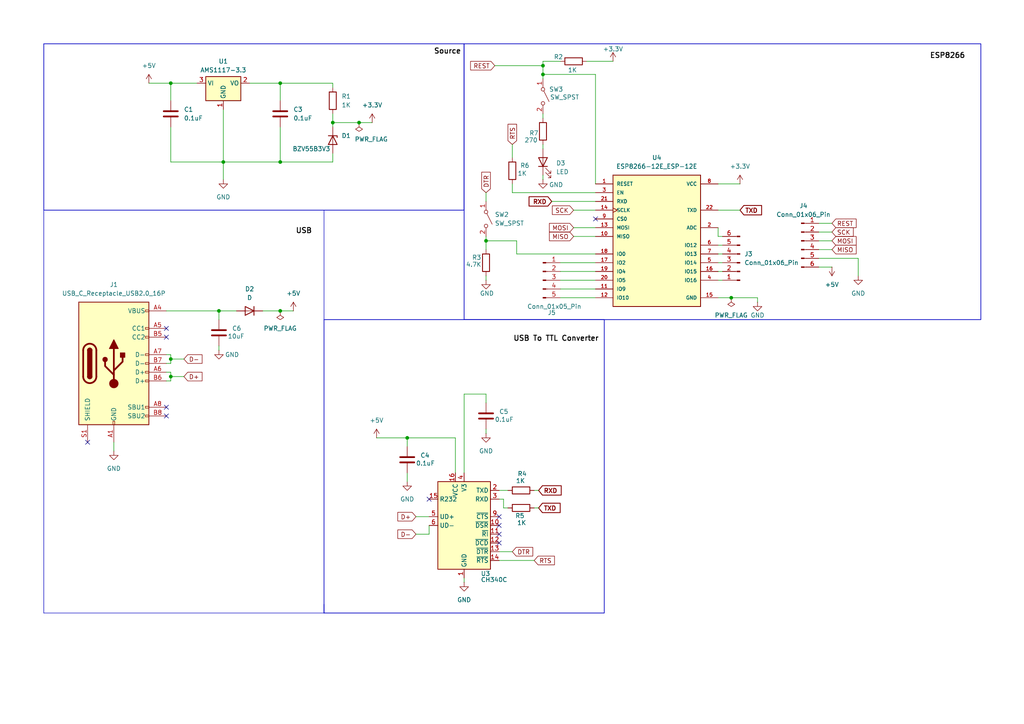
<source format=kicad_sch>
(kicad_sch
	(version 20250114)
	(generator "eeschema")
	(generator_version "9.0")
	(uuid "dcbb2097-c3c2-4ca3-95d6-0d6abdcd4845")
	(paper "A4")
	(title_block
		(title "ESP 8266 Dev Board")
		(date "2025-05-26")
		(rev "1")
	)
	(lib_symbols
		(symbol "Connector:Conn_01x05_Pin"
			(pin_names
				(offset 1.016)
				(hide yes)
			)
			(exclude_from_sim no)
			(in_bom yes)
			(on_board yes)
			(property "Reference" "J"
				(at 0 7.62 0)
				(effects
					(font
						(size 1.27 1.27)
					)
				)
			)
			(property "Value" "Conn_01x05_Pin"
				(at 0 -7.62 0)
				(effects
					(font
						(size 1.27 1.27)
					)
				)
			)
			(property "Footprint" ""
				(at 0 0 0)
				(effects
					(font
						(size 1.27 1.27)
					)
					(hide yes)
				)
			)
			(property "Datasheet" "~"
				(at 0 0 0)
				(effects
					(font
						(size 1.27 1.27)
					)
					(hide yes)
				)
			)
			(property "Description" "Generic connector, single row, 01x05, script generated"
				(at 0 0 0)
				(effects
					(font
						(size 1.27 1.27)
					)
					(hide yes)
				)
			)
			(property "ki_locked" ""
				(at 0 0 0)
				(effects
					(font
						(size 1.27 1.27)
					)
				)
			)
			(property "ki_keywords" "connector"
				(at 0 0 0)
				(effects
					(font
						(size 1.27 1.27)
					)
					(hide yes)
				)
			)
			(property "ki_fp_filters" "Connector*:*_1x??_*"
				(at 0 0 0)
				(effects
					(font
						(size 1.27 1.27)
					)
					(hide yes)
				)
			)
			(symbol "Conn_01x05_Pin_1_1"
				(rectangle
					(start 0.8636 5.207)
					(end 0 4.953)
					(stroke
						(width 0.1524)
						(type default)
					)
					(fill
						(type outline)
					)
				)
				(rectangle
					(start 0.8636 2.667)
					(end 0 2.413)
					(stroke
						(width 0.1524)
						(type default)
					)
					(fill
						(type outline)
					)
				)
				(rectangle
					(start 0.8636 0.127)
					(end 0 -0.127)
					(stroke
						(width 0.1524)
						(type default)
					)
					(fill
						(type outline)
					)
				)
				(rectangle
					(start 0.8636 -2.413)
					(end 0 -2.667)
					(stroke
						(width 0.1524)
						(type default)
					)
					(fill
						(type outline)
					)
				)
				(rectangle
					(start 0.8636 -4.953)
					(end 0 -5.207)
					(stroke
						(width 0.1524)
						(type default)
					)
					(fill
						(type outline)
					)
				)
				(polyline
					(pts
						(xy 1.27 5.08) (xy 0.8636 5.08)
					)
					(stroke
						(width 0.1524)
						(type default)
					)
					(fill
						(type none)
					)
				)
				(polyline
					(pts
						(xy 1.27 2.54) (xy 0.8636 2.54)
					)
					(stroke
						(width 0.1524)
						(type default)
					)
					(fill
						(type none)
					)
				)
				(polyline
					(pts
						(xy 1.27 0) (xy 0.8636 0)
					)
					(stroke
						(width 0.1524)
						(type default)
					)
					(fill
						(type none)
					)
				)
				(polyline
					(pts
						(xy 1.27 -2.54) (xy 0.8636 -2.54)
					)
					(stroke
						(width 0.1524)
						(type default)
					)
					(fill
						(type none)
					)
				)
				(polyline
					(pts
						(xy 1.27 -5.08) (xy 0.8636 -5.08)
					)
					(stroke
						(width 0.1524)
						(type default)
					)
					(fill
						(type none)
					)
				)
				(pin passive line
					(at 5.08 5.08 180)
					(length 3.81)
					(name "Pin_1"
						(effects
							(font
								(size 1.27 1.27)
							)
						)
					)
					(number "1"
						(effects
							(font
								(size 1.27 1.27)
							)
						)
					)
				)
				(pin passive line
					(at 5.08 2.54 180)
					(length 3.81)
					(name "Pin_2"
						(effects
							(font
								(size 1.27 1.27)
							)
						)
					)
					(number "2"
						(effects
							(font
								(size 1.27 1.27)
							)
						)
					)
				)
				(pin passive line
					(at 5.08 0 180)
					(length 3.81)
					(name "Pin_3"
						(effects
							(font
								(size 1.27 1.27)
							)
						)
					)
					(number "3"
						(effects
							(font
								(size 1.27 1.27)
							)
						)
					)
				)
				(pin passive line
					(at 5.08 -2.54 180)
					(length 3.81)
					(name "Pin_4"
						(effects
							(font
								(size 1.27 1.27)
							)
						)
					)
					(number "4"
						(effects
							(font
								(size 1.27 1.27)
							)
						)
					)
				)
				(pin passive line
					(at 5.08 -5.08 180)
					(length 3.81)
					(name "Pin_5"
						(effects
							(font
								(size 1.27 1.27)
							)
						)
					)
					(number "5"
						(effects
							(font
								(size 1.27 1.27)
							)
						)
					)
				)
			)
			(embedded_fonts no)
		)
		(symbol "Connector:Conn_01x06_Pin"
			(pin_names
				(offset 1.016)
				(hide yes)
			)
			(exclude_from_sim no)
			(in_bom yes)
			(on_board yes)
			(property "Reference" "J"
				(at 0 7.62 0)
				(effects
					(font
						(size 1.27 1.27)
					)
				)
			)
			(property "Value" "Conn_01x06_Pin"
				(at 0 -10.16 0)
				(effects
					(font
						(size 1.27 1.27)
					)
				)
			)
			(property "Footprint" ""
				(at 0 0 0)
				(effects
					(font
						(size 1.27 1.27)
					)
					(hide yes)
				)
			)
			(property "Datasheet" "~"
				(at 0 0 0)
				(effects
					(font
						(size 1.27 1.27)
					)
					(hide yes)
				)
			)
			(property "Description" "Generic connector, single row, 01x06, script generated"
				(at 0 0 0)
				(effects
					(font
						(size 1.27 1.27)
					)
					(hide yes)
				)
			)
			(property "ki_locked" ""
				(at 0 0 0)
				(effects
					(font
						(size 1.27 1.27)
					)
				)
			)
			(property "ki_keywords" "connector"
				(at 0 0 0)
				(effects
					(font
						(size 1.27 1.27)
					)
					(hide yes)
				)
			)
			(property "ki_fp_filters" "Connector*:*_1x??_*"
				(at 0 0 0)
				(effects
					(font
						(size 1.27 1.27)
					)
					(hide yes)
				)
			)
			(symbol "Conn_01x06_Pin_1_1"
				(rectangle
					(start 0.8636 5.207)
					(end 0 4.953)
					(stroke
						(width 0.1524)
						(type default)
					)
					(fill
						(type outline)
					)
				)
				(rectangle
					(start 0.8636 2.667)
					(end 0 2.413)
					(stroke
						(width 0.1524)
						(type default)
					)
					(fill
						(type outline)
					)
				)
				(rectangle
					(start 0.8636 0.127)
					(end 0 -0.127)
					(stroke
						(width 0.1524)
						(type default)
					)
					(fill
						(type outline)
					)
				)
				(rectangle
					(start 0.8636 -2.413)
					(end 0 -2.667)
					(stroke
						(width 0.1524)
						(type default)
					)
					(fill
						(type outline)
					)
				)
				(rectangle
					(start 0.8636 -4.953)
					(end 0 -5.207)
					(stroke
						(width 0.1524)
						(type default)
					)
					(fill
						(type outline)
					)
				)
				(rectangle
					(start 0.8636 -7.493)
					(end 0 -7.747)
					(stroke
						(width 0.1524)
						(type default)
					)
					(fill
						(type outline)
					)
				)
				(polyline
					(pts
						(xy 1.27 5.08) (xy 0.8636 5.08)
					)
					(stroke
						(width 0.1524)
						(type default)
					)
					(fill
						(type none)
					)
				)
				(polyline
					(pts
						(xy 1.27 2.54) (xy 0.8636 2.54)
					)
					(stroke
						(width 0.1524)
						(type default)
					)
					(fill
						(type none)
					)
				)
				(polyline
					(pts
						(xy 1.27 0) (xy 0.8636 0)
					)
					(stroke
						(width 0.1524)
						(type default)
					)
					(fill
						(type none)
					)
				)
				(polyline
					(pts
						(xy 1.27 -2.54) (xy 0.8636 -2.54)
					)
					(stroke
						(width 0.1524)
						(type default)
					)
					(fill
						(type none)
					)
				)
				(polyline
					(pts
						(xy 1.27 -5.08) (xy 0.8636 -5.08)
					)
					(stroke
						(width 0.1524)
						(type default)
					)
					(fill
						(type none)
					)
				)
				(polyline
					(pts
						(xy 1.27 -7.62) (xy 0.8636 -7.62)
					)
					(stroke
						(width 0.1524)
						(type default)
					)
					(fill
						(type none)
					)
				)
				(pin passive line
					(at 5.08 5.08 180)
					(length 3.81)
					(name "Pin_1"
						(effects
							(font
								(size 1.27 1.27)
							)
						)
					)
					(number "1"
						(effects
							(font
								(size 1.27 1.27)
							)
						)
					)
				)
				(pin passive line
					(at 5.08 2.54 180)
					(length 3.81)
					(name "Pin_2"
						(effects
							(font
								(size 1.27 1.27)
							)
						)
					)
					(number "2"
						(effects
							(font
								(size 1.27 1.27)
							)
						)
					)
				)
				(pin passive line
					(at 5.08 0 180)
					(length 3.81)
					(name "Pin_3"
						(effects
							(font
								(size 1.27 1.27)
							)
						)
					)
					(number "3"
						(effects
							(font
								(size 1.27 1.27)
							)
						)
					)
				)
				(pin passive line
					(at 5.08 -2.54 180)
					(length 3.81)
					(name "Pin_4"
						(effects
							(font
								(size 1.27 1.27)
							)
						)
					)
					(number "4"
						(effects
							(font
								(size 1.27 1.27)
							)
						)
					)
				)
				(pin passive line
					(at 5.08 -5.08 180)
					(length 3.81)
					(name "Pin_5"
						(effects
							(font
								(size 1.27 1.27)
							)
						)
					)
					(number "5"
						(effects
							(font
								(size 1.27 1.27)
							)
						)
					)
				)
				(pin passive line
					(at 5.08 -7.62 180)
					(length 3.81)
					(name "Pin_6"
						(effects
							(font
								(size 1.27 1.27)
							)
						)
					)
					(number "6"
						(effects
							(font
								(size 1.27 1.27)
							)
						)
					)
				)
			)
			(embedded_fonts no)
		)
		(symbol "Connector:USB_C_Receptacle_USB2.0_16P"
			(pin_names
				(offset 1.016)
			)
			(exclude_from_sim no)
			(in_bom yes)
			(on_board yes)
			(property "Reference" "J"
				(at 0 22.225 0)
				(effects
					(font
						(size 1.27 1.27)
					)
				)
			)
			(property "Value" "USB_C_Receptacle_USB2.0_16P"
				(at 0 19.685 0)
				(effects
					(font
						(size 1.27 1.27)
					)
				)
			)
			(property "Footprint" ""
				(at 3.81 0 0)
				(effects
					(font
						(size 1.27 1.27)
					)
					(hide yes)
				)
			)
			(property "Datasheet" "https://www.usb.org/sites/default/files/documents/usb_type-c.zip"
				(at 3.81 0 0)
				(effects
					(font
						(size 1.27 1.27)
					)
					(hide yes)
				)
			)
			(property "Description" "USB 2.0-only 16P Type-C Receptacle connector"
				(at 0 0 0)
				(effects
					(font
						(size 1.27 1.27)
					)
					(hide yes)
				)
			)
			(property "ki_keywords" "usb universal serial bus type-C USB2.0"
				(at 0 0 0)
				(effects
					(font
						(size 1.27 1.27)
					)
					(hide yes)
				)
			)
			(property "ki_fp_filters" "USB*C*Receptacle*"
				(at 0 0 0)
				(effects
					(font
						(size 1.27 1.27)
					)
					(hide yes)
				)
			)
			(symbol "USB_C_Receptacle_USB2.0_16P_0_0"
				(rectangle
					(start -0.254 -17.78)
					(end 0.254 -16.764)
					(stroke
						(width 0)
						(type default)
					)
					(fill
						(type none)
					)
				)
				(rectangle
					(start 10.16 15.494)
					(end 9.144 14.986)
					(stroke
						(width 0)
						(type default)
					)
					(fill
						(type none)
					)
				)
				(rectangle
					(start 10.16 10.414)
					(end 9.144 9.906)
					(stroke
						(width 0)
						(type default)
					)
					(fill
						(type none)
					)
				)
				(rectangle
					(start 10.16 7.874)
					(end 9.144 7.366)
					(stroke
						(width 0)
						(type default)
					)
					(fill
						(type none)
					)
				)
				(rectangle
					(start 10.16 2.794)
					(end 9.144 2.286)
					(stroke
						(width 0)
						(type default)
					)
					(fill
						(type none)
					)
				)
				(rectangle
					(start 10.16 0.254)
					(end 9.144 -0.254)
					(stroke
						(width 0)
						(type default)
					)
					(fill
						(type none)
					)
				)
				(rectangle
					(start 10.16 -2.286)
					(end 9.144 -2.794)
					(stroke
						(width 0)
						(type default)
					)
					(fill
						(type none)
					)
				)
				(rectangle
					(start 10.16 -4.826)
					(end 9.144 -5.334)
					(stroke
						(width 0)
						(type default)
					)
					(fill
						(type none)
					)
				)
				(rectangle
					(start 10.16 -12.446)
					(end 9.144 -12.954)
					(stroke
						(width 0)
						(type default)
					)
					(fill
						(type none)
					)
				)
				(rectangle
					(start 10.16 -14.986)
					(end 9.144 -15.494)
					(stroke
						(width 0)
						(type default)
					)
					(fill
						(type none)
					)
				)
			)
			(symbol "USB_C_Receptacle_USB2.0_16P_0_1"
				(rectangle
					(start -10.16 17.78)
					(end 10.16 -17.78)
					(stroke
						(width 0.254)
						(type default)
					)
					(fill
						(type background)
					)
				)
				(polyline
					(pts
						(xy -8.89 -3.81) (xy -8.89 3.81)
					)
					(stroke
						(width 0.508)
						(type default)
					)
					(fill
						(type none)
					)
				)
				(rectangle
					(start -7.62 -3.81)
					(end -6.35 3.81)
					(stroke
						(width 0.254)
						(type default)
					)
					(fill
						(type outline)
					)
				)
				(arc
					(start -7.62 3.81)
					(mid -6.985 4.4423)
					(end -6.35 3.81)
					(stroke
						(width 0.254)
						(type default)
					)
					(fill
						(type none)
					)
				)
				(arc
					(start -7.62 3.81)
					(mid -6.985 4.4423)
					(end -6.35 3.81)
					(stroke
						(width 0.254)
						(type default)
					)
					(fill
						(type outline)
					)
				)
				(arc
					(start -8.89 3.81)
					(mid -6.985 5.7067)
					(end -5.08 3.81)
					(stroke
						(width 0.508)
						(type default)
					)
					(fill
						(type none)
					)
				)
				(arc
					(start -5.08 -3.81)
					(mid -6.985 -5.7067)
					(end -8.89 -3.81)
					(stroke
						(width 0.508)
						(type default)
					)
					(fill
						(type none)
					)
				)
				(arc
					(start -6.35 -3.81)
					(mid -6.985 -4.4423)
					(end -7.62 -3.81)
					(stroke
						(width 0.254)
						(type default)
					)
					(fill
						(type none)
					)
				)
				(arc
					(start -6.35 -3.81)
					(mid -6.985 -4.4423)
					(end -7.62 -3.81)
					(stroke
						(width 0.254)
						(type default)
					)
					(fill
						(type outline)
					)
				)
				(polyline
					(pts
						(xy -5.08 3.81) (xy -5.08 -3.81)
					)
					(stroke
						(width 0.508)
						(type default)
					)
					(fill
						(type none)
					)
				)
				(circle
					(center -2.54 1.143)
					(radius 0.635)
					(stroke
						(width 0.254)
						(type default)
					)
					(fill
						(type outline)
					)
				)
				(polyline
					(pts
						(xy -1.27 4.318) (xy 0 6.858) (xy 1.27 4.318) (xy -1.27 4.318)
					)
					(stroke
						(width 0.254)
						(type default)
					)
					(fill
						(type outline)
					)
				)
				(polyline
					(pts
						(xy 0 -2.032) (xy 2.54 0.508) (xy 2.54 1.778)
					)
					(stroke
						(width 0.508)
						(type default)
					)
					(fill
						(type none)
					)
				)
				(polyline
					(pts
						(xy 0 -3.302) (xy -2.54 -0.762) (xy -2.54 0.508)
					)
					(stroke
						(width 0.508)
						(type default)
					)
					(fill
						(type none)
					)
				)
				(polyline
					(pts
						(xy 0 -5.842) (xy 0 4.318)
					)
					(stroke
						(width 0.508)
						(type default)
					)
					(fill
						(type none)
					)
				)
				(circle
					(center 0 -5.842)
					(radius 1.27)
					(stroke
						(width 0)
						(type default)
					)
					(fill
						(type outline)
					)
				)
				(rectangle
					(start 1.905 1.778)
					(end 3.175 3.048)
					(stroke
						(width 0.254)
						(type default)
					)
					(fill
						(type outline)
					)
				)
			)
			(symbol "USB_C_Receptacle_USB2.0_16P_1_1"
				(pin passive line
					(at -7.62 -22.86 90)
					(length 5.08)
					(name "SHIELD"
						(effects
							(font
								(size 1.27 1.27)
							)
						)
					)
					(number "S1"
						(effects
							(font
								(size 1.27 1.27)
							)
						)
					)
				)
				(pin passive line
					(at 0 -22.86 90)
					(length 5.08)
					(name "GND"
						(effects
							(font
								(size 1.27 1.27)
							)
						)
					)
					(number "A1"
						(effects
							(font
								(size 1.27 1.27)
							)
						)
					)
				)
				(pin passive line
					(at 0 -22.86 90)
					(length 5.08)
					(hide yes)
					(name "GND"
						(effects
							(font
								(size 1.27 1.27)
							)
						)
					)
					(number "A12"
						(effects
							(font
								(size 1.27 1.27)
							)
						)
					)
				)
				(pin passive line
					(at 0 -22.86 90)
					(length 5.08)
					(hide yes)
					(name "GND"
						(effects
							(font
								(size 1.27 1.27)
							)
						)
					)
					(number "B1"
						(effects
							(font
								(size 1.27 1.27)
							)
						)
					)
				)
				(pin passive line
					(at 0 -22.86 90)
					(length 5.08)
					(hide yes)
					(name "GND"
						(effects
							(font
								(size 1.27 1.27)
							)
						)
					)
					(number "B12"
						(effects
							(font
								(size 1.27 1.27)
							)
						)
					)
				)
				(pin passive line
					(at 15.24 15.24 180)
					(length 5.08)
					(name "VBUS"
						(effects
							(font
								(size 1.27 1.27)
							)
						)
					)
					(number "A4"
						(effects
							(font
								(size 1.27 1.27)
							)
						)
					)
				)
				(pin passive line
					(at 15.24 15.24 180)
					(length 5.08)
					(hide yes)
					(name "VBUS"
						(effects
							(font
								(size 1.27 1.27)
							)
						)
					)
					(number "A9"
						(effects
							(font
								(size 1.27 1.27)
							)
						)
					)
				)
				(pin passive line
					(at 15.24 15.24 180)
					(length 5.08)
					(hide yes)
					(name "VBUS"
						(effects
							(font
								(size 1.27 1.27)
							)
						)
					)
					(number "B4"
						(effects
							(font
								(size 1.27 1.27)
							)
						)
					)
				)
				(pin passive line
					(at 15.24 15.24 180)
					(length 5.08)
					(hide yes)
					(name "VBUS"
						(effects
							(font
								(size 1.27 1.27)
							)
						)
					)
					(number "B9"
						(effects
							(font
								(size 1.27 1.27)
							)
						)
					)
				)
				(pin bidirectional line
					(at 15.24 10.16 180)
					(length 5.08)
					(name "CC1"
						(effects
							(font
								(size 1.27 1.27)
							)
						)
					)
					(number "A5"
						(effects
							(font
								(size 1.27 1.27)
							)
						)
					)
				)
				(pin bidirectional line
					(at 15.24 7.62 180)
					(length 5.08)
					(name "CC2"
						(effects
							(font
								(size 1.27 1.27)
							)
						)
					)
					(number "B5"
						(effects
							(font
								(size 1.27 1.27)
							)
						)
					)
				)
				(pin bidirectional line
					(at 15.24 2.54 180)
					(length 5.08)
					(name "D-"
						(effects
							(font
								(size 1.27 1.27)
							)
						)
					)
					(number "A7"
						(effects
							(font
								(size 1.27 1.27)
							)
						)
					)
				)
				(pin bidirectional line
					(at 15.24 0 180)
					(length 5.08)
					(name "D-"
						(effects
							(font
								(size 1.27 1.27)
							)
						)
					)
					(number "B7"
						(effects
							(font
								(size 1.27 1.27)
							)
						)
					)
				)
				(pin bidirectional line
					(at 15.24 -2.54 180)
					(length 5.08)
					(name "D+"
						(effects
							(font
								(size 1.27 1.27)
							)
						)
					)
					(number "A6"
						(effects
							(font
								(size 1.27 1.27)
							)
						)
					)
				)
				(pin bidirectional line
					(at 15.24 -5.08 180)
					(length 5.08)
					(name "D+"
						(effects
							(font
								(size 1.27 1.27)
							)
						)
					)
					(number "B6"
						(effects
							(font
								(size 1.27 1.27)
							)
						)
					)
				)
				(pin bidirectional line
					(at 15.24 -12.7 180)
					(length 5.08)
					(name "SBU1"
						(effects
							(font
								(size 1.27 1.27)
							)
						)
					)
					(number "A8"
						(effects
							(font
								(size 1.27 1.27)
							)
						)
					)
				)
				(pin bidirectional line
					(at 15.24 -15.24 180)
					(length 5.08)
					(name "SBU2"
						(effects
							(font
								(size 1.27 1.27)
							)
						)
					)
					(number "B8"
						(effects
							(font
								(size 1.27 1.27)
							)
						)
					)
				)
			)
			(embedded_fonts no)
		)
		(symbol "Device:C"
			(pin_numbers
				(hide yes)
			)
			(pin_names
				(offset 0.254)
			)
			(exclude_from_sim no)
			(in_bom yes)
			(on_board yes)
			(property "Reference" "C"
				(at 0.635 2.54 0)
				(effects
					(font
						(size 1.27 1.27)
					)
					(justify left)
				)
			)
			(property "Value" "C"
				(at 0.635 -2.54 0)
				(effects
					(font
						(size 1.27 1.27)
					)
					(justify left)
				)
			)
			(property "Footprint" ""
				(at 0.9652 -3.81 0)
				(effects
					(font
						(size 1.27 1.27)
					)
					(hide yes)
				)
			)
			(property "Datasheet" "~"
				(at 0 0 0)
				(effects
					(font
						(size 1.27 1.27)
					)
					(hide yes)
				)
			)
			(property "Description" "Unpolarized capacitor"
				(at 0 0 0)
				(effects
					(font
						(size 1.27 1.27)
					)
					(hide yes)
				)
			)
			(property "ki_keywords" "cap capacitor"
				(at 0 0 0)
				(effects
					(font
						(size 1.27 1.27)
					)
					(hide yes)
				)
			)
			(property "ki_fp_filters" "C_*"
				(at 0 0 0)
				(effects
					(font
						(size 1.27 1.27)
					)
					(hide yes)
				)
			)
			(symbol "C_0_1"
				(polyline
					(pts
						(xy -2.032 0.762) (xy 2.032 0.762)
					)
					(stroke
						(width 0.508)
						(type default)
					)
					(fill
						(type none)
					)
				)
				(polyline
					(pts
						(xy -2.032 -0.762) (xy 2.032 -0.762)
					)
					(stroke
						(width 0.508)
						(type default)
					)
					(fill
						(type none)
					)
				)
			)
			(symbol "C_1_1"
				(pin passive line
					(at 0 3.81 270)
					(length 2.794)
					(name "~"
						(effects
							(font
								(size 1.27 1.27)
							)
						)
					)
					(number "1"
						(effects
							(font
								(size 1.27 1.27)
							)
						)
					)
				)
				(pin passive line
					(at 0 -3.81 90)
					(length 2.794)
					(name "~"
						(effects
							(font
								(size 1.27 1.27)
							)
						)
					)
					(number "2"
						(effects
							(font
								(size 1.27 1.27)
							)
						)
					)
				)
			)
			(embedded_fonts no)
		)
		(symbol "Device:D"
			(pin_numbers
				(hide yes)
			)
			(pin_names
				(offset 1.016)
				(hide yes)
			)
			(exclude_from_sim no)
			(in_bom yes)
			(on_board yes)
			(property "Reference" "D"
				(at 0 2.54 0)
				(effects
					(font
						(size 1.27 1.27)
					)
				)
			)
			(property "Value" "D"
				(at 0 -2.54 0)
				(effects
					(font
						(size 1.27 1.27)
					)
				)
			)
			(property "Footprint" ""
				(at 0 0 0)
				(effects
					(font
						(size 1.27 1.27)
					)
					(hide yes)
				)
			)
			(property "Datasheet" "~"
				(at 0 0 0)
				(effects
					(font
						(size 1.27 1.27)
					)
					(hide yes)
				)
			)
			(property "Description" "Diode"
				(at 0 0 0)
				(effects
					(font
						(size 1.27 1.27)
					)
					(hide yes)
				)
			)
			(property "Sim.Device" "D"
				(at 0 0 0)
				(effects
					(font
						(size 1.27 1.27)
					)
					(hide yes)
				)
			)
			(property "Sim.Pins" "1=K 2=A"
				(at 0 0 0)
				(effects
					(font
						(size 1.27 1.27)
					)
					(hide yes)
				)
			)
			(property "ki_keywords" "diode"
				(at 0 0 0)
				(effects
					(font
						(size 1.27 1.27)
					)
					(hide yes)
				)
			)
			(property "ki_fp_filters" "TO-???* *_Diode_* *SingleDiode* D_*"
				(at 0 0 0)
				(effects
					(font
						(size 1.27 1.27)
					)
					(hide yes)
				)
			)
			(symbol "D_0_1"
				(polyline
					(pts
						(xy -1.27 1.27) (xy -1.27 -1.27)
					)
					(stroke
						(width 0.254)
						(type default)
					)
					(fill
						(type none)
					)
				)
				(polyline
					(pts
						(xy 1.27 1.27) (xy 1.27 -1.27) (xy -1.27 0) (xy 1.27 1.27)
					)
					(stroke
						(width 0.254)
						(type default)
					)
					(fill
						(type none)
					)
				)
				(polyline
					(pts
						(xy 1.27 0) (xy -1.27 0)
					)
					(stroke
						(width 0)
						(type default)
					)
					(fill
						(type none)
					)
				)
			)
			(symbol "D_1_1"
				(pin passive line
					(at -3.81 0 0)
					(length 2.54)
					(name "K"
						(effects
							(font
								(size 1.27 1.27)
							)
						)
					)
					(number "1"
						(effects
							(font
								(size 1.27 1.27)
							)
						)
					)
				)
				(pin passive line
					(at 3.81 0 180)
					(length 2.54)
					(name "A"
						(effects
							(font
								(size 1.27 1.27)
							)
						)
					)
					(number "2"
						(effects
							(font
								(size 1.27 1.27)
							)
						)
					)
				)
			)
			(embedded_fonts no)
		)
		(symbol "Device:LED"
			(pin_numbers
				(hide yes)
			)
			(pin_names
				(offset 1.016)
				(hide yes)
			)
			(exclude_from_sim no)
			(in_bom yes)
			(on_board yes)
			(property "Reference" "D"
				(at 0 2.54 0)
				(effects
					(font
						(size 1.27 1.27)
					)
				)
			)
			(property "Value" "LED"
				(at 0 -2.54 0)
				(effects
					(font
						(size 1.27 1.27)
					)
				)
			)
			(property "Footprint" ""
				(at 0 0 0)
				(effects
					(font
						(size 1.27 1.27)
					)
					(hide yes)
				)
			)
			(property "Datasheet" "~"
				(at 0 0 0)
				(effects
					(font
						(size 1.27 1.27)
					)
					(hide yes)
				)
			)
			(property "Description" "Light emitting diode"
				(at 0 0 0)
				(effects
					(font
						(size 1.27 1.27)
					)
					(hide yes)
				)
			)
			(property "Sim.Pins" "1=K 2=A"
				(at 0 0 0)
				(effects
					(font
						(size 1.27 1.27)
					)
					(hide yes)
				)
			)
			(property "ki_keywords" "LED diode"
				(at 0 0 0)
				(effects
					(font
						(size 1.27 1.27)
					)
					(hide yes)
				)
			)
			(property "ki_fp_filters" "LED* LED_SMD:* LED_THT:*"
				(at 0 0 0)
				(effects
					(font
						(size 1.27 1.27)
					)
					(hide yes)
				)
			)
			(symbol "LED_0_1"
				(polyline
					(pts
						(xy -3.048 -0.762) (xy -4.572 -2.286) (xy -3.81 -2.286) (xy -4.572 -2.286) (xy -4.572 -1.524)
					)
					(stroke
						(width 0)
						(type default)
					)
					(fill
						(type none)
					)
				)
				(polyline
					(pts
						(xy -1.778 -0.762) (xy -3.302 -2.286) (xy -2.54 -2.286) (xy -3.302 -2.286) (xy -3.302 -1.524)
					)
					(stroke
						(width 0)
						(type default)
					)
					(fill
						(type none)
					)
				)
				(polyline
					(pts
						(xy -1.27 0) (xy 1.27 0)
					)
					(stroke
						(width 0)
						(type default)
					)
					(fill
						(type none)
					)
				)
				(polyline
					(pts
						(xy -1.27 -1.27) (xy -1.27 1.27)
					)
					(stroke
						(width 0.254)
						(type default)
					)
					(fill
						(type none)
					)
				)
				(polyline
					(pts
						(xy 1.27 -1.27) (xy 1.27 1.27) (xy -1.27 0) (xy 1.27 -1.27)
					)
					(stroke
						(width 0.254)
						(type default)
					)
					(fill
						(type none)
					)
				)
			)
			(symbol "LED_1_1"
				(pin passive line
					(at -3.81 0 0)
					(length 2.54)
					(name "K"
						(effects
							(font
								(size 1.27 1.27)
							)
						)
					)
					(number "1"
						(effects
							(font
								(size 1.27 1.27)
							)
						)
					)
				)
				(pin passive line
					(at 3.81 0 180)
					(length 2.54)
					(name "A"
						(effects
							(font
								(size 1.27 1.27)
							)
						)
					)
					(number "2"
						(effects
							(font
								(size 1.27 1.27)
							)
						)
					)
				)
			)
			(embedded_fonts no)
		)
		(symbol "Device:R"
			(pin_numbers
				(hide yes)
			)
			(pin_names
				(offset 0)
			)
			(exclude_from_sim no)
			(in_bom yes)
			(on_board yes)
			(property "Reference" "R"
				(at 2.032 0 90)
				(effects
					(font
						(size 1.27 1.27)
					)
				)
			)
			(property "Value" "R"
				(at 0 0 90)
				(effects
					(font
						(size 1.27 1.27)
					)
				)
			)
			(property "Footprint" ""
				(at -1.778 0 90)
				(effects
					(font
						(size 1.27 1.27)
					)
					(hide yes)
				)
			)
			(property "Datasheet" "~"
				(at 0 0 0)
				(effects
					(font
						(size 1.27 1.27)
					)
					(hide yes)
				)
			)
			(property "Description" "Resistor"
				(at 0 0 0)
				(effects
					(font
						(size 1.27 1.27)
					)
					(hide yes)
				)
			)
			(property "ki_keywords" "R res resistor"
				(at 0 0 0)
				(effects
					(font
						(size 1.27 1.27)
					)
					(hide yes)
				)
			)
			(property "ki_fp_filters" "R_*"
				(at 0 0 0)
				(effects
					(font
						(size 1.27 1.27)
					)
					(hide yes)
				)
			)
			(symbol "R_0_1"
				(rectangle
					(start -1.016 -2.54)
					(end 1.016 2.54)
					(stroke
						(width 0.254)
						(type default)
					)
					(fill
						(type none)
					)
				)
			)
			(symbol "R_1_1"
				(pin passive line
					(at 0 3.81 270)
					(length 1.27)
					(name "~"
						(effects
							(font
								(size 1.27 1.27)
							)
						)
					)
					(number "1"
						(effects
							(font
								(size 1.27 1.27)
							)
						)
					)
				)
				(pin passive line
					(at 0 -3.81 90)
					(length 1.27)
					(name "~"
						(effects
							(font
								(size 1.27 1.27)
							)
						)
					)
					(number "2"
						(effects
							(font
								(size 1.27 1.27)
							)
						)
					)
				)
			)
			(embedded_fonts no)
		)
		(symbol "Diode:BZV55B3V3"
			(pin_numbers
				(hide yes)
			)
			(pin_names
				(hide yes)
			)
			(exclude_from_sim no)
			(in_bom yes)
			(on_board yes)
			(property "Reference" "D"
				(at 0 2.54 0)
				(effects
					(font
						(size 1.27 1.27)
					)
				)
			)
			(property "Value" "BZV55B3V3"
				(at 0 -2.54 0)
				(effects
					(font
						(size 1.27 1.27)
					)
				)
			)
			(property "Footprint" "Diode_SMD:D_MiniMELF"
				(at 0 -4.445 0)
				(effects
					(font
						(size 1.27 1.27)
					)
					(hide yes)
				)
			)
			(property "Datasheet" "https://assets.nexperia.com/documents/data-sheet/BZV55_SER.pdf"
				(at 0 0 0)
				(effects
					(font
						(size 1.27 1.27)
					)
					(hide yes)
				)
			)
			(property "Description" "3.3V, 500mW, 2%, Zener diode, MiniMELF"
				(at 0 0 0)
				(effects
					(font
						(size 1.27 1.27)
					)
					(hide yes)
				)
			)
			(property "ki_keywords" "zener diode"
				(at 0 0 0)
				(effects
					(font
						(size 1.27 1.27)
					)
					(hide yes)
				)
			)
			(property "ki_fp_filters" "D*MiniMELF*"
				(at 0 0 0)
				(effects
					(font
						(size 1.27 1.27)
					)
					(hide yes)
				)
			)
			(symbol "BZV55B3V3_0_1"
				(polyline
					(pts
						(xy -1.27 -1.27) (xy -1.27 1.27) (xy -0.762 1.27)
					)
					(stroke
						(width 0.254)
						(type default)
					)
					(fill
						(type none)
					)
				)
				(polyline
					(pts
						(xy 1.27 0) (xy -1.27 0)
					)
					(stroke
						(width 0)
						(type default)
					)
					(fill
						(type none)
					)
				)
				(polyline
					(pts
						(xy 1.27 -1.27) (xy 1.27 1.27) (xy -1.27 0) (xy 1.27 -1.27)
					)
					(stroke
						(width 0.254)
						(type default)
					)
					(fill
						(type none)
					)
				)
			)
			(symbol "BZV55B3V3_1_1"
				(pin passive line
					(at -3.81 0 0)
					(length 2.54)
					(name "K"
						(effects
							(font
								(size 1.27 1.27)
							)
						)
					)
					(number "1"
						(effects
							(font
								(size 1.27 1.27)
							)
						)
					)
				)
				(pin passive line
					(at 3.81 0 180)
					(length 2.54)
					(name "A"
						(effects
							(font
								(size 1.27 1.27)
							)
						)
					)
					(number "2"
						(effects
							(font
								(size 1.27 1.27)
							)
						)
					)
				)
			)
			(embedded_fonts no)
		)
		(symbol "ESP8266-12E_ESP-12E_1"
			(pin_names
				(offset 1.016)
			)
			(exclude_from_sim no)
			(in_bom yes)
			(on_board yes)
			(property "Reference" "U"
				(at -12.7161 18.3112 0)
				(effects
					(font
						(size 1.27 1.27)
					)
					(justify left bottom)
				)
			)
			(property "Value" "ESP8266-12E_ESP-12E"
				(at -12.7084 -23.3835 0)
				(effects
					(font
						(size 1.27 1.27)
					)
					(justify left bottom)
				)
			)
			(property "Footprint" "ESP8266-12E_ESP-12E:XCVR_ESP8266-12E_ESP-12E"
				(at 0 0 0)
				(effects
					(font
						(size 1.27 1.27)
					)
					(justify bottom)
					(hide yes)
				)
			)
			(property "Datasheet" ""
				(at 0 0 0)
				(effects
					(font
						(size 1.27 1.27)
					)
					(hide yes)
				)
			)
			(property "Description" ""
				(at 0 0 0)
				(effects
					(font
						(size 1.27 1.27)
					)
					(hide yes)
				)
			)
			(property "MF" "AI-Thinker"
				(at 0 0 0)
				(effects
					(font
						(size 1.27 1.27)
					)
					(justify bottom)
					(hide yes)
				)
			)
			(property "Description_1" "This WiFi module has a 32-bit MCU micro and clock speeds supporting 80 MHz or 160 MHz. Supports the RTOS and integrated Wi-Fi MAC/BB/RF/PA/LNA, and has an on-board antenna."
				(at 0 0 0)
				(effects
					(font
						(size 1.27 1.27)
					)
					(justify bottom)
					(hide yes)
				)
			)
			(property "Package" "None"
				(at 0 0 0)
				(effects
					(font
						(size 1.27 1.27)
					)
					(justify bottom)
					(hide yes)
				)
			)
			(property "Price" "None"
				(at 0 0 0)
				(effects
					(font
						(size 1.27 1.27)
					)
					(justify bottom)
					(hide yes)
				)
			)
			(property "Check_prices" "https://www.snapeda.com/parts/ESP8266-12E/ESP-12E/AI-Thinker/view-part/?ref=eda"
				(at 0 0 0)
				(effects
					(font
						(size 1.27 1.27)
					)
					(justify bottom)
					(hide yes)
				)
			)
			(property "SnapEDA_Link" "https://www.snapeda.com/parts/ESP8266-12E/ESP-12E/AI-Thinker/view-part/?ref=snap"
				(at 0 0 0)
				(effects
					(font
						(size 1.27 1.27)
					)
					(justify bottom)
					(hide yes)
				)
			)
			(property "MP" "ESP8266-12E/ESP-12E"
				(at 0 0 0)
				(effects
					(font
						(size 1.27 1.27)
					)
					(justify bottom)
					(hide yes)
				)
			)
			(property "Availability" "Not in stock"
				(at 0 0 0)
				(effects
					(font
						(size 1.27 1.27)
					)
					(justify bottom)
					(hide yes)
				)
			)
			(property "MANUFACTURER" "AI-Thinker"
				(at 0 0 0)
				(effects
					(font
						(size 1.27 1.27)
					)
					(justify bottom)
					(hide yes)
				)
			)
			(symbol "ESP8266-12E_ESP-12E_1_0_0"
				(rectangle
					(start -12.7 -20.32)
					(end 12.7 17.78)
					(stroke
						(width 0.254)
						(type default)
					)
					(fill
						(type background)
					)
				)
				(pin input line
					(at -17.78 15.24 0)
					(length 5.08)
					(name "RESET"
						(effects
							(font
								(size 1.016 1.016)
							)
						)
					)
					(number "1"
						(effects
							(font
								(size 1.016 1.016)
							)
						)
					)
				)
				(pin input line
					(at -17.78 12.7 0)
					(length 5.08)
					(name "EN"
						(effects
							(font
								(size 1.016 1.016)
							)
						)
					)
					(number "3"
						(effects
							(font
								(size 1.016 1.016)
							)
						)
					)
				)
				(pin input line
					(at -17.78 10.16 0)
					(length 5.08)
					(name "RXD"
						(effects
							(font
								(size 1.016 1.016)
							)
						)
					)
					(number "21"
						(effects
							(font
								(size 1.016 1.016)
							)
						)
					)
				)
				(pin input clock
					(at -17.78 7.62 0)
					(length 5.08)
					(name "SCLK"
						(effects
							(font
								(size 1.016 1.016)
							)
						)
					)
					(number "14"
						(effects
							(font
								(size 1.016 1.016)
							)
						)
					)
				)
				(pin input line
					(at -17.78 5.08 0)
					(length 5.08)
					(name "CS0"
						(effects
							(font
								(size 1.016 1.016)
							)
						)
					)
					(number "9"
						(effects
							(font
								(size 1.016 1.016)
							)
						)
					)
				)
				(pin bidirectional line
					(at -17.78 2.54 0)
					(length 5.08)
					(name "MOSI"
						(effects
							(font
								(size 1.016 1.016)
							)
						)
					)
					(number "13"
						(effects
							(font
								(size 1.016 1.016)
							)
						)
					)
				)
				(pin bidirectional line
					(at -17.78 0 0)
					(length 5.08)
					(name "MISO"
						(effects
							(font
								(size 1.016 1.016)
							)
						)
					)
					(number "10"
						(effects
							(font
								(size 1.016 1.016)
							)
						)
					)
				)
				(pin bidirectional line
					(at -17.78 -5.08 0)
					(length 5.08)
					(name "IO0"
						(effects
							(font
								(size 1.016 1.016)
							)
						)
					)
					(number "18"
						(effects
							(font
								(size 1.016 1.016)
							)
						)
					)
				)
				(pin bidirectional line
					(at -17.78 -7.62 0)
					(length 5.08)
					(name "IO2"
						(effects
							(font
								(size 1.016 1.016)
							)
						)
					)
					(number "17"
						(effects
							(font
								(size 1.016 1.016)
							)
						)
					)
				)
				(pin bidirectional line
					(at -17.78 -10.16 0)
					(length 5.08)
					(name "IO4"
						(effects
							(font
								(size 1.016 1.016)
							)
						)
					)
					(number "19"
						(effects
							(font
								(size 1.016 1.016)
							)
						)
					)
				)
				(pin bidirectional line
					(at -17.78 -12.7 0)
					(length 5.08)
					(name "IO5"
						(effects
							(font
								(size 1.016 1.016)
							)
						)
					)
					(number "20"
						(effects
							(font
								(size 1.016 1.016)
							)
						)
					)
				)
				(pin bidirectional line
					(at -17.78 -15.24 0)
					(length 5.08)
					(name "IO9"
						(effects
							(font
								(size 1.016 1.016)
							)
						)
					)
					(number "11"
						(effects
							(font
								(size 1.016 1.016)
							)
						)
					)
				)
				(pin bidirectional line
					(at -17.78 -17.78 0)
					(length 5.08)
					(name "IO10"
						(effects
							(font
								(size 1.016 1.016)
							)
						)
					)
					(number "12"
						(effects
							(font
								(size 1.016 1.016)
							)
						)
					)
				)
				(pin power_in line
					(at 17.78 15.24 180)
					(length 5.08)
					(name "VCC"
						(effects
							(font
								(size 1.016 1.016)
							)
						)
					)
					(number "8"
						(effects
							(font
								(size 1.016 1.016)
							)
						)
					)
				)
				(pin output line
					(at 17.78 7.62 180)
					(length 5.08)
					(name "TXD"
						(effects
							(font
								(size 1.016 1.016)
							)
						)
					)
					(number "22"
						(effects
							(font
								(size 1.016 1.016)
							)
						)
					)
				)
				(pin passive line
					(at 17.78 2.54 180)
					(length 5.08)
					(name "ADC"
						(effects
							(font
								(size 1.016 1.016)
							)
						)
					)
					(number "2"
						(effects
							(font
								(size 1.016 1.016)
							)
						)
					)
				)
				(pin bidirectional line
					(at 17.78 -2.54 180)
					(length 5.08)
					(name "IO12"
						(effects
							(font
								(size 1.016 1.016)
							)
						)
					)
					(number "6"
						(effects
							(font
								(size 1.016 1.016)
							)
						)
					)
				)
				(pin bidirectional line
					(at 17.78 -5.08 180)
					(length 5.08)
					(name "IO13"
						(effects
							(font
								(size 1.016 1.016)
							)
						)
					)
					(number "7"
						(effects
							(font
								(size 1.016 1.016)
							)
						)
					)
				)
				(pin bidirectional line
					(at 17.78 -7.62 180)
					(length 5.08)
					(name "IO14"
						(effects
							(font
								(size 1.016 1.016)
							)
						)
					)
					(number "5"
						(effects
							(font
								(size 1.016 1.016)
							)
						)
					)
				)
				(pin bidirectional line
					(at 17.78 -10.16 180)
					(length 5.08)
					(name "IO15"
						(effects
							(font
								(size 1.016 1.016)
							)
						)
					)
					(number "16"
						(effects
							(font
								(size 1.016 1.016)
							)
						)
					)
				)
				(pin bidirectional line
					(at 17.78 -12.7 180)
					(length 5.08)
					(name "IO16"
						(effects
							(font
								(size 1.016 1.016)
							)
						)
					)
					(number "4"
						(effects
							(font
								(size 1.016 1.016)
							)
						)
					)
				)
				(pin power_in line
					(at 17.78 -17.78 180)
					(length 5.08)
					(name "GND"
						(effects
							(font
								(size 1.016 1.016)
							)
						)
					)
					(number "15"
						(effects
							(font
								(size 1.016 1.016)
							)
						)
					)
				)
			)
			(embedded_fonts no)
		)
		(symbol "Interface_USB:CH340C"
			(exclude_from_sim no)
			(in_bom yes)
			(on_board yes)
			(property "Reference" "U"
				(at -5.08 13.97 0)
				(effects
					(font
						(size 1.27 1.27)
					)
					(justify right)
				)
			)
			(property "Value" "CH340C"
				(at 1.27 13.97 0)
				(effects
					(font
						(size 1.27 1.27)
					)
					(justify left)
				)
			)
			(property "Footprint" "Package_SO:SOIC-16_3.9x9.9mm_P1.27mm"
				(at -18.542 30.226 0)
				(effects
					(font
						(size 1.27 1.27)
					)
					(justify left)
					(hide yes)
				)
			)
			(property "Datasheet" "https://datasheet.lcsc.com/szlcsc/Jiangsu-Qin-Heng-CH340C_C84681.pdf"
				(at -6.604 33.274 0)
				(effects
					(font
						(size 1.27 1.27)
					)
					(hide yes)
				)
			)
			(property "Description" "USB serial converter, crystal-less, UART, SOIC-16"
				(at -1.524 36.068 0)
				(effects
					(font
						(size 1.27 1.27)
					)
					(hide yes)
				)
			)
			(property "ki_keywords" "USB UART Serial Converter Interface"
				(at 0 0 0)
				(effects
					(font
						(size 1.27 1.27)
					)
					(hide yes)
				)
			)
			(property "ki_fp_filters" "SOIC*3.9x9.9mm*P1.27mm*"
				(at 0 0 0)
				(effects
					(font
						(size 1.27 1.27)
					)
					(hide yes)
				)
			)
			(symbol "CH340C_0_1"
				(rectangle
					(start -7.62 12.7)
					(end 7.62 -12.7)
					(stroke
						(width 0.254)
						(type default)
					)
					(fill
						(type background)
					)
				)
			)
			(symbol "CH340C_1_1"
				(pin input line
					(at -10.16 7.62 0)
					(length 2.54)
					(name "R232"
						(effects
							(font
								(size 1.27 1.27)
							)
						)
					)
					(number "15"
						(effects
							(font
								(size 1.27 1.27)
							)
						)
					)
				)
				(pin bidirectional line
					(at -10.16 2.54 0)
					(length 2.54)
					(name "UD+"
						(effects
							(font
								(size 1.27 1.27)
							)
						)
					)
					(number "5"
						(effects
							(font
								(size 1.27 1.27)
							)
						)
					)
				)
				(pin bidirectional line
					(at -10.16 0 0)
					(length 2.54)
					(name "UD-"
						(effects
							(font
								(size 1.27 1.27)
							)
						)
					)
					(number "6"
						(effects
							(font
								(size 1.27 1.27)
							)
						)
					)
				)
				(pin no_connect line
					(at -7.62 -5.08 0)
					(length 2.54)
					(hide yes)
					(name "NC"
						(effects
							(font
								(size 1.27 1.27)
							)
						)
					)
					(number "7"
						(effects
							(font
								(size 1.27 1.27)
							)
						)
					)
				)
				(pin no_connect line
					(at -7.62 -7.62 0)
					(length 2.54)
					(hide yes)
					(name "NC"
						(effects
							(font
								(size 1.27 1.27)
							)
						)
					)
					(number "8"
						(effects
							(font
								(size 1.27 1.27)
							)
						)
					)
				)
				(pin power_in line
					(at -2.54 15.24 270)
					(length 2.54)
					(name "VCC"
						(effects
							(font
								(size 1.27 1.27)
							)
						)
					)
					(number "16"
						(effects
							(font
								(size 1.27 1.27)
							)
						)
					)
				)
				(pin power_out line
					(at 0 15.24 270)
					(length 2.54)
					(name "V3"
						(effects
							(font
								(size 1.27 1.27)
							)
						)
					)
					(number "4"
						(effects
							(font
								(size 1.27 1.27)
							)
						)
					)
				)
				(pin power_in line
					(at 0 -15.24 90)
					(length 2.54)
					(name "GND"
						(effects
							(font
								(size 1.27 1.27)
							)
						)
					)
					(number "1"
						(effects
							(font
								(size 1.27 1.27)
							)
						)
					)
				)
				(pin output line
					(at 10.16 10.16 180)
					(length 2.54)
					(name "TXD"
						(effects
							(font
								(size 1.27 1.27)
							)
						)
					)
					(number "2"
						(effects
							(font
								(size 1.27 1.27)
							)
						)
					)
				)
				(pin input line
					(at 10.16 7.62 180)
					(length 2.54)
					(name "RXD"
						(effects
							(font
								(size 1.27 1.27)
							)
						)
					)
					(number "3"
						(effects
							(font
								(size 1.27 1.27)
							)
						)
					)
				)
				(pin input line
					(at 10.16 2.54 180)
					(length 2.54)
					(name "~{CTS}"
						(effects
							(font
								(size 1.27 1.27)
							)
						)
					)
					(number "9"
						(effects
							(font
								(size 1.27 1.27)
							)
						)
					)
				)
				(pin input line
					(at 10.16 0 180)
					(length 2.54)
					(name "~{DSR}"
						(effects
							(font
								(size 1.27 1.27)
							)
						)
					)
					(number "10"
						(effects
							(font
								(size 1.27 1.27)
							)
						)
					)
				)
				(pin input line
					(at 10.16 -2.54 180)
					(length 2.54)
					(name "~{RI}"
						(effects
							(font
								(size 1.27 1.27)
							)
						)
					)
					(number "11"
						(effects
							(font
								(size 1.27 1.27)
							)
						)
					)
				)
				(pin input line
					(at 10.16 -5.08 180)
					(length 2.54)
					(name "~{DCD}"
						(effects
							(font
								(size 1.27 1.27)
							)
						)
					)
					(number "12"
						(effects
							(font
								(size 1.27 1.27)
							)
						)
					)
				)
				(pin output line
					(at 10.16 -7.62 180)
					(length 2.54)
					(name "~{DTR}"
						(effects
							(font
								(size 1.27 1.27)
							)
						)
					)
					(number "13"
						(effects
							(font
								(size 1.27 1.27)
							)
						)
					)
				)
				(pin output line
					(at 10.16 -10.16 180)
					(length 2.54)
					(name "~{RTS}"
						(effects
							(font
								(size 1.27 1.27)
							)
						)
					)
					(number "14"
						(effects
							(font
								(size 1.27 1.27)
							)
						)
					)
				)
			)
			(embedded_fonts no)
		)
		(symbol "Regulator_Linear:AMS1117-3.3"
			(exclude_from_sim no)
			(in_bom yes)
			(on_board yes)
			(property "Reference" "U"
				(at -3.81 3.175 0)
				(effects
					(font
						(size 1.27 1.27)
					)
				)
			)
			(property "Value" "AMS1117-3.3"
				(at 0 3.175 0)
				(effects
					(font
						(size 1.27 1.27)
					)
					(justify left)
				)
			)
			(property "Footprint" "Package_TO_SOT_SMD:SOT-223-3_TabPin2"
				(at 0 5.08 0)
				(effects
					(font
						(size 1.27 1.27)
					)
					(hide yes)
				)
			)
			(property "Datasheet" "http://www.advanced-monolithic.com/pdf/ds1117.pdf"
				(at 2.54 -6.35 0)
				(effects
					(font
						(size 1.27 1.27)
					)
					(hide yes)
				)
			)
			(property "Description" "1A Low Dropout regulator, positive, 3.3V fixed output, SOT-223"
				(at 0 0 0)
				(effects
					(font
						(size 1.27 1.27)
					)
					(hide yes)
				)
			)
			(property "ki_keywords" "linear regulator ldo fixed positive"
				(at 0 0 0)
				(effects
					(font
						(size 1.27 1.27)
					)
					(hide yes)
				)
			)
			(property "ki_fp_filters" "SOT?223*TabPin2*"
				(at 0 0 0)
				(effects
					(font
						(size 1.27 1.27)
					)
					(hide yes)
				)
			)
			(symbol "AMS1117-3.3_0_1"
				(rectangle
					(start -5.08 -5.08)
					(end 5.08 1.905)
					(stroke
						(width 0.254)
						(type default)
					)
					(fill
						(type background)
					)
				)
			)
			(symbol "AMS1117-3.3_1_1"
				(pin power_in line
					(at -7.62 0 0)
					(length 2.54)
					(name "VI"
						(effects
							(font
								(size 1.27 1.27)
							)
						)
					)
					(number "3"
						(effects
							(font
								(size 1.27 1.27)
							)
						)
					)
				)
				(pin power_in line
					(at 0 -7.62 90)
					(length 2.54)
					(name "GND"
						(effects
							(font
								(size 1.27 1.27)
							)
						)
					)
					(number "1"
						(effects
							(font
								(size 1.27 1.27)
							)
						)
					)
				)
				(pin power_out line
					(at 7.62 0 180)
					(length 2.54)
					(name "VO"
						(effects
							(font
								(size 1.27 1.27)
							)
						)
					)
					(number "2"
						(effects
							(font
								(size 1.27 1.27)
							)
						)
					)
				)
			)
			(embedded_fonts no)
		)
		(symbol "Switch:SW_SPST"
			(pin_names
				(offset 0)
				(hide yes)
			)
			(exclude_from_sim no)
			(in_bom yes)
			(on_board yes)
			(property "Reference" "SW"
				(at 0 3.175 0)
				(effects
					(font
						(size 1.27 1.27)
					)
				)
			)
			(property "Value" "SW_SPST"
				(at 0 -2.54 0)
				(effects
					(font
						(size 1.27 1.27)
					)
				)
			)
			(property "Footprint" ""
				(at 0 0 0)
				(effects
					(font
						(size 1.27 1.27)
					)
					(hide yes)
				)
			)
			(property "Datasheet" "~"
				(at 0 0 0)
				(effects
					(font
						(size 1.27 1.27)
					)
					(hide yes)
				)
			)
			(property "Description" "Single Pole Single Throw (SPST) switch"
				(at 0 0 0)
				(effects
					(font
						(size 1.27 1.27)
					)
					(hide yes)
				)
			)
			(property "ki_keywords" "switch lever"
				(at 0 0 0)
				(effects
					(font
						(size 1.27 1.27)
					)
					(hide yes)
				)
			)
			(symbol "SW_SPST_0_0"
				(circle
					(center -2.032 0)
					(radius 0.508)
					(stroke
						(width 0)
						(type default)
					)
					(fill
						(type none)
					)
				)
				(polyline
					(pts
						(xy -1.524 0.254) (xy 1.524 1.778)
					)
					(stroke
						(width 0)
						(type default)
					)
					(fill
						(type none)
					)
				)
				(circle
					(center 2.032 0)
					(radius 0.508)
					(stroke
						(width 0)
						(type default)
					)
					(fill
						(type none)
					)
				)
			)
			(symbol "SW_SPST_1_1"
				(pin passive line
					(at -5.08 0 0)
					(length 2.54)
					(name "A"
						(effects
							(font
								(size 1.27 1.27)
							)
						)
					)
					(number "1"
						(effects
							(font
								(size 1.27 1.27)
							)
						)
					)
				)
				(pin passive line
					(at 5.08 0 180)
					(length 2.54)
					(name "B"
						(effects
							(font
								(size 1.27 1.27)
							)
						)
					)
					(number "2"
						(effects
							(font
								(size 1.27 1.27)
							)
						)
					)
				)
			)
			(embedded_fonts no)
		)
		(symbol "power:+3.3V"
			(power)
			(pin_numbers
				(hide yes)
			)
			(pin_names
				(offset 0)
				(hide yes)
			)
			(exclude_from_sim no)
			(in_bom yes)
			(on_board yes)
			(property "Reference" "#PWR"
				(at 0 -3.81 0)
				(effects
					(font
						(size 1.27 1.27)
					)
					(hide yes)
				)
			)
			(property "Value" "+3.3V"
				(at 0 3.556 0)
				(effects
					(font
						(size 1.27 1.27)
					)
				)
			)
			(property "Footprint" ""
				(at 0 0 0)
				(effects
					(font
						(size 1.27 1.27)
					)
					(hide yes)
				)
			)
			(property "Datasheet" ""
				(at 0 0 0)
				(effects
					(font
						(size 1.27 1.27)
					)
					(hide yes)
				)
			)
			(property "Description" "Power symbol creates a global label with name \"+3.3V\""
				(at 0 0 0)
				(effects
					(font
						(size 1.27 1.27)
					)
					(hide yes)
				)
			)
			(property "ki_keywords" "global power"
				(at 0 0 0)
				(effects
					(font
						(size 1.27 1.27)
					)
					(hide yes)
				)
			)
			(symbol "+3.3V_0_1"
				(polyline
					(pts
						(xy -0.762 1.27) (xy 0 2.54)
					)
					(stroke
						(width 0)
						(type default)
					)
					(fill
						(type none)
					)
				)
				(polyline
					(pts
						(xy 0 2.54) (xy 0.762 1.27)
					)
					(stroke
						(width 0)
						(type default)
					)
					(fill
						(type none)
					)
				)
				(polyline
					(pts
						(xy 0 0) (xy 0 2.54)
					)
					(stroke
						(width 0)
						(type default)
					)
					(fill
						(type none)
					)
				)
			)
			(symbol "+3.3V_1_1"
				(pin power_in line
					(at 0 0 90)
					(length 0)
					(name "~"
						(effects
							(font
								(size 1.27 1.27)
							)
						)
					)
					(number "1"
						(effects
							(font
								(size 1.27 1.27)
							)
						)
					)
				)
			)
			(embedded_fonts no)
		)
		(symbol "power:+5V"
			(power)
			(pin_numbers
				(hide yes)
			)
			(pin_names
				(offset 0)
				(hide yes)
			)
			(exclude_from_sim no)
			(in_bom yes)
			(on_board yes)
			(property "Reference" "#PWR"
				(at 0 -3.81 0)
				(effects
					(font
						(size 1.27 1.27)
					)
					(hide yes)
				)
			)
			(property "Value" "+5V"
				(at 0 3.556 0)
				(effects
					(font
						(size 1.27 1.27)
					)
				)
			)
			(property "Footprint" ""
				(at 0 0 0)
				(effects
					(font
						(size 1.27 1.27)
					)
					(hide yes)
				)
			)
			(property "Datasheet" ""
				(at 0 0 0)
				(effects
					(font
						(size 1.27 1.27)
					)
					(hide yes)
				)
			)
			(property "Description" "Power symbol creates a global label with name \"+5V\""
				(at 0 0 0)
				(effects
					(font
						(size 1.27 1.27)
					)
					(hide yes)
				)
			)
			(property "ki_keywords" "global power"
				(at 0 0 0)
				(effects
					(font
						(size 1.27 1.27)
					)
					(hide yes)
				)
			)
			(symbol "+5V_0_1"
				(polyline
					(pts
						(xy -0.762 1.27) (xy 0 2.54)
					)
					(stroke
						(width 0)
						(type default)
					)
					(fill
						(type none)
					)
				)
				(polyline
					(pts
						(xy 0 2.54) (xy 0.762 1.27)
					)
					(stroke
						(width 0)
						(type default)
					)
					(fill
						(type none)
					)
				)
				(polyline
					(pts
						(xy 0 0) (xy 0 2.54)
					)
					(stroke
						(width 0)
						(type default)
					)
					(fill
						(type none)
					)
				)
			)
			(symbol "+5V_1_1"
				(pin power_in line
					(at 0 0 90)
					(length 0)
					(name "~"
						(effects
							(font
								(size 1.27 1.27)
							)
						)
					)
					(number "1"
						(effects
							(font
								(size 1.27 1.27)
							)
						)
					)
				)
			)
			(embedded_fonts no)
		)
		(symbol "power:GND"
			(power)
			(pin_numbers
				(hide yes)
			)
			(pin_names
				(offset 0)
				(hide yes)
			)
			(exclude_from_sim no)
			(in_bom yes)
			(on_board yes)
			(property "Reference" "#PWR"
				(at 0 -6.35 0)
				(effects
					(font
						(size 1.27 1.27)
					)
					(hide yes)
				)
			)
			(property "Value" "GND"
				(at 0 -3.81 0)
				(effects
					(font
						(size 1.27 1.27)
					)
				)
			)
			(property "Footprint" ""
				(at 0 0 0)
				(effects
					(font
						(size 1.27 1.27)
					)
					(hide yes)
				)
			)
			(property "Datasheet" ""
				(at 0 0 0)
				(effects
					(font
						(size 1.27 1.27)
					)
					(hide yes)
				)
			)
			(property "Description" "Power symbol creates a global label with name \"GND\" , ground"
				(at 0 0 0)
				(effects
					(font
						(size 1.27 1.27)
					)
					(hide yes)
				)
			)
			(property "ki_keywords" "global power"
				(at 0 0 0)
				(effects
					(font
						(size 1.27 1.27)
					)
					(hide yes)
				)
			)
			(symbol "GND_0_1"
				(polyline
					(pts
						(xy 0 0) (xy 0 -1.27) (xy 1.27 -1.27) (xy 0 -2.54) (xy -1.27 -1.27) (xy 0 -1.27)
					)
					(stroke
						(width 0)
						(type default)
					)
					(fill
						(type none)
					)
				)
			)
			(symbol "GND_1_1"
				(pin power_in line
					(at 0 0 270)
					(length 0)
					(name "~"
						(effects
							(font
								(size 1.27 1.27)
							)
						)
					)
					(number "1"
						(effects
							(font
								(size 1.27 1.27)
							)
						)
					)
				)
			)
			(embedded_fonts no)
		)
		(symbol "power:PWR_FLAG"
			(power)
			(pin_numbers
				(hide yes)
			)
			(pin_names
				(offset 0)
				(hide yes)
			)
			(exclude_from_sim no)
			(in_bom yes)
			(on_board yes)
			(property "Reference" "#FLG"
				(at 0 1.905 0)
				(effects
					(font
						(size 1.27 1.27)
					)
					(hide yes)
				)
			)
			(property "Value" "PWR_FLAG"
				(at 0 3.81 0)
				(effects
					(font
						(size 1.27 1.27)
					)
				)
			)
			(property "Footprint" ""
				(at 0 0 0)
				(effects
					(font
						(size 1.27 1.27)
					)
					(hide yes)
				)
			)
			(property "Datasheet" "~"
				(at 0 0 0)
				(effects
					(font
						(size 1.27 1.27)
					)
					(hide yes)
				)
			)
			(property "Description" "Special symbol for telling ERC where power comes from"
				(at 0 0 0)
				(effects
					(font
						(size 1.27 1.27)
					)
					(hide yes)
				)
			)
			(property "ki_keywords" "flag power"
				(at 0 0 0)
				(effects
					(font
						(size 1.27 1.27)
					)
					(hide yes)
				)
			)
			(symbol "PWR_FLAG_0_0"
				(pin power_out line
					(at 0 0 90)
					(length 0)
					(name "~"
						(effects
							(font
								(size 1.27 1.27)
							)
						)
					)
					(number "1"
						(effects
							(font
								(size 1.27 1.27)
							)
						)
					)
				)
			)
			(symbol "PWR_FLAG_0_1"
				(polyline
					(pts
						(xy 0 0) (xy 0 1.27) (xy -1.016 1.905) (xy 0 2.54) (xy 1.016 1.905) (xy 0 1.27)
					)
					(stroke
						(width 0)
						(type default)
					)
					(fill
						(type none)
					)
				)
			)
			(embedded_fonts no)
		)
	)
	(rectangle
		(start 134.62 12.7)
		(end 284.48 92.71)
		(stroke
			(width 0.2)
			(type solid)
		)
		(fill
			(type none)
		)
		(uuid 993ffc6b-2bb6-46d7-9af5-454e57a3c5ae)
	)
	(rectangle
		(start 93.98 92.71)
		(end 175.26 177.8)
		(stroke
			(width 0.2)
			(type solid)
		)
		(fill
			(type none)
		)
		(uuid baf8b910-1aaf-4195-b17f-38a6eee9d404)
	)
	(rectangle
		(start 12.7 12.7)
		(end 134.62 60.96)
		(stroke
			(width 0.2)
			(type solid)
		)
		(fill
			(type none)
		)
		(uuid c122ffd1-2141-4a74-9517-bbe42ac7beb6)
	)
	(text "USB To TTL Converter\n"
		(exclude_from_sim no)
		(at 161.29 98.298 0)
		(effects
			(font
				(size 1.5 1.5)
				(thickness 0.254)
				(bold yes)
				(color 0 0 0 1)
			)
		)
		(uuid "43b0644c-405c-4e06-9ae7-e3c180a211aa")
	)
	(text "USB"
		(exclude_from_sim no)
		(at 88.138 67.056 0)
		(effects
			(font
				(size 1.5 1.5)
				(thickness 0.254)
				(bold yes)
				(color 0 0 0 1)
			)
		)
		(uuid "6e7dde74-7075-4cc4-aa96-15ca23371729")
	)
	(text "Source"
		(exclude_from_sim no)
		(at 129.794 14.986 0)
		(effects
			(font
				(size 1.5 1.5)
				(thickness 0.254)
				(bold yes)
				(color 0 0 0 1)
			)
		)
		(uuid "be05796f-2720-4b95-8b18-7dc4ba13e841")
	)
	(text "ESP8266"
		(exclude_from_sim no)
		(at 274.828 16.256 0)
		(effects
			(font
				(size 1.5 1.5)
				(thickness 0.254)
				(bold yes)
				(color 0 0 0 1)
			)
		)
		(uuid "f901c1cf-2ce1-4621-8e62-83426b82c10e")
	)
	(junction
		(at 118.11 127)
		(diameter 0)
		(color 0 0 0 0)
		(uuid "05b63993-c6bc-4d19-87ed-46939ae9bcec")
	)
	(junction
		(at 212.09 86.36)
		(diameter 0)
		(color 0 0 0 0)
		(uuid "135e0750-1bce-4539-b843-5ed1f7c1b5ab")
	)
	(junction
		(at 49.53 104.14)
		(diameter 0)
		(color 0 0 0 0)
		(uuid "3fa59fea-6773-4129-8280-b7e23d9db32a")
	)
	(junction
		(at 96.52 35.56)
		(diameter 0)
		(color 0 0 0 0)
		(uuid "413ebdc4-94c0-4b7e-97da-e2c4fbdf014a")
	)
	(junction
		(at 81.28 46.99)
		(diameter 0)
		(color 0 0 0 0)
		(uuid "5404d028-9e06-4d76-8075-60d3c0d4d20d")
	)
	(junction
		(at 104.14 35.56)
		(diameter 0)
		(color 0 0 0 0)
		(uuid "6c79a14d-6af1-4807-962d-a7e0f36fe3b7")
	)
	(junction
		(at 157.48 21.59)
		(diameter 0)
		(color 0 0 0 0)
		(uuid "7ea68e09-9cf8-4b1e-9001-0c7e46c07f71")
	)
	(junction
		(at 81.28 24.13)
		(diameter 0)
		(color 0 0 0 0)
		(uuid "9891ee3f-c1d0-47ce-a5ff-eb9754726c0e")
	)
	(junction
		(at 140.97 69.85)
		(diameter 0)
		(color 0 0 0 0)
		(uuid "99980452-4d31-41a8-824f-195b5a2fc131")
	)
	(junction
		(at 49.53 24.13)
		(diameter 0)
		(color 0 0 0 0)
		(uuid "99ff0a92-8bee-4a39-bcf7-1120a336b4f3")
	)
	(junction
		(at 64.77 46.99)
		(diameter 0)
		(color 0 0 0 0)
		(uuid "9b26adbf-3950-4a16-97d8-95d188dec1d0")
	)
	(junction
		(at 49.53 109.22)
		(diameter 0)
		(color 0 0 0 0)
		(uuid "b0b16d32-5f5d-4404-9251-d1ed9db0cdfd")
	)
	(junction
		(at 81.28 90.17)
		(diameter 0)
		(color 0 0 0 0)
		(uuid "cf9c7505-fdc5-4925-b3e6-8b15f39cfd5d")
	)
	(junction
		(at 157.48 19.05)
		(diameter 0)
		(color 0 0 0 0)
		(uuid "e9a94770-8531-4948-b6fa-b3d3df9f854d")
	)
	(junction
		(at 63.5 90.17)
		(diameter 0)
		(color 0 0 0 0)
		(uuid "f1bdcc12-ce44-420e-87b4-95cbcf231d16")
	)
	(no_connect
		(at 172.72 63.5)
		(uuid "083a9472-cd03-46c8-8450-a1333f5f8012")
	)
	(no_connect
		(at 48.26 97.79)
		(uuid "51cd8c37-9464-40e8-ba42-da4b892d8c7b")
	)
	(no_connect
		(at 124.46 144.78)
		(uuid "5b807740-7513-4a27-85ed-3500e1c256ce")
	)
	(no_connect
		(at 144.78 152.4)
		(uuid "63149c4e-e9b8-49cc-aee9-48e7afcec947")
	)
	(no_connect
		(at 48.26 118.11)
		(uuid "687e9174-fdae-47cf-8ccf-5f228714737d")
	)
	(no_connect
		(at 25.4 128.27)
		(uuid "6ca941b5-1c60-4bca-a84d-439bf49d7c33")
	)
	(no_connect
		(at 144.78 149.86)
		(uuid "89e02f1f-ae81-4308-a1cf-25c7a5ae01b8")
	)
	(no_connect
		(at 48.26 120.65)
		(uuid "a3d2e7a8-7065-4eed-b801-fa0d3a9779fc")
	)
	(no_connect
		(at 144.78 154.94)
		(uuid "b88de991-c545-4006-80cb-aa56696dc814")
	)
	(no_connect
		(at 48.26 95.25)
		(uuid "c8cbce77-3594-4d5e-9ed8-24a5a050fc1d")
	)
	(no_connect
		(at 144.78 157.48)
		(uuid "db45682d-4bf1-4fbb-8328-4a89643b73c1")
	)
	(wire
		(pts
			(xy 64.77 31.75) (xy 64.77 46.99)
		)
		(stroke
			(width 0)
			(type default)
		)
		(uuid "0447b04e-a47f-48da-aa4e-fede77babee2")
	)
	(wire
		(pts
			(xy 120.65 154.94) (xy 124.46 154.94)
		)
		(stroke
			(width 0)
			(type default)
		)
		(uuid "085aa4b7-b4ed-4747-aadb-2c761a0f347f")
	)
	(wire
		(pts
			(xy 63.5 92.71) (xy 63.5 90.17)
		)
		(stroke
			(width 0)
			(type default)
		)
		(uuid "0b26b22b-f0f3-4d4b-ab49-7b80d7d031be")
	)
	(wire
		(pts
			(xy 170.18 17.78) (xy 177.8 17.78)
		)
		(stroke
			(width 0)
			(type default)
		)
		(uuid "0bddebaf-bad2-4efa-a927-a9d72167613c")
	)
	(wire
		(pts
			(xy 148.59 55.88) (xy 148.59 53.34)
		)
		(stroke
			(width 0)
			(type default)
		)
		(uuid "0dba654a-c346-4be6-8ae9-3f5bc7da8d7d")
	)
	(wire
		(pts
			(xy 81.28 24.13) (xy 96.52 24.13)
		)
		(stroke
			(width 0)
			(type default)
		)
		(uuid "0ecfdb5f-eff0-4f64-a40a-cee96905d75f")
	)
	(wire
		(pts
			(xy 212.09 86.36) (xy 208.28 86.36)
		)
		(stroke
			(width 0)
			(type default)
		)
		(uuid "12d0601c-511d-40dd-9541-604c592fa449")
	)
	(wire
		(pts
			(xy 149.86 69.85) (xy 140.97 69.85)
		)
		(stroke
			(width 0)
			(type default)
		)
		(uuid "14a679f6-5a47-4507-b4ba-5a296bc68b04")
	)
	(wire
		(pts
			(xy 208.28 68.58) (xy 208.28 66.04)
		)
		(stroke
			(width 0)
			(type default)
		)
		(uuid "179687b5-56fa-44ee-920b-6f843d0b1890")
	)
	(wire
		(pts
			(xy 214.63 60.96) (xy 208.28 60.96)
		)
		(stroke
			(width 0)
			(type default)
		)
		(uuid "1a2e9832-5568-4226-acc2-91c34039eedc")
	)
	(wire
		(pts
			(xy 172.72 21.59) (xy 157.48 21.59)
		)
		(stroke
			(width 0)
			(type default)
		)
		(uuid "1a3e2c68-b509-447b-8414-ab85e0fd68a2")
	)
	(wire
		(pts
			(xy 157.48 52.07) (xy 157.48 50.8)
		)
		(stroke
			(width 0)
			(type default)
		)
		(uuid "1c7ce925-37e7-4a8d-86bc-edf7020777e3")
	)
	(wire
		(pts
			(xy 118.11 129.54) (xy 118.11 127)
		)
		(stroke
			(width 0)
			(type default)
		)
		(uuid "205ca32c-4d2a-411d-b3b3-9cc9be648229")
	)
	(wire
		(pts
			(xy 172.72 21.59) (xy 172.72 53.34)
		)
		(stroke
			(width 0)
			(type default)
		)
		(uuid "237c14cb-ea13-49df-b698-d9874ceaf2d4")
	)
	(wire
		(pts
			(xy 124.46 154.94) (xy 124.46 152.4)
		)
		(stroke
			(width 0)
			(type default)
		)
		(uuid "250932ba-3ff1-4762-a01e-be33b0796244")
	)
	(wire
		(pts
			(xy 72.39 24.13) (xy 81.28 24.13)
		)
		(stroke
			(width 0)
			(type default)
		)
		(uuid "26785c54-3353-4367-8d51-1632492b88a7")
	)
	(wire
		(pts
			(xy 140.97 58.42) (xy 140.97 55.88)
		)
		(stroke
			(width 0)
			(type default)
		)
		(uuid "284bd0f0-44a1-41cf-9376-796f5e289b64")
	)
	(wire
		(pts
			(xy 49.53 29.21) (xy 49.53 24.13)
		)
		(stroke
			(width 0)
			(type default)
		)
		(uuid "29528e00-4f7a-4078-b1cd-58cf800f01d4")
	)
	(wire
		(pts
			(xy 49.53 104.14) (xy 49.53 105.41)
		)
		(stroke
			(width 0)
			(type default)
		)
		(uuid "2add617a-c3a9-488d-be04-c9f6e2127cc2")
	)
	(wire
		(pts
			(xy 49.53 110.49) (xy 48.26 110.49)
		)
		(stroke
			(width 0)
			(type default)
		)
		(uuid "2f3a24e9-b10d-4f38-a01f-99de831688a6")
	)
	(wire
		(pts
			(xy 172.72 66.04) (xy 166.37 66.04)
		)
		(stroke
			(width 0)
			(type default)
		)
		(uuid "31100a8f-5a62-473c-82af-df0544de3813")
	)
	(wire
		(pts
			(xy 172.72 55.88) (xy 148.59 55.88)
		)
		(stroke
			(width 0)
			(type default)
		)
		(uuid "31d555d8-5244-4496-a38c-ea16b24e7b00")
	)
	(wire
		(pts
			(xy 157.48 19.05) (xy 143.51 19.05)
		)
		(stroke
			(width 0)
			(type default)
		)
		(uuid "32eedbe6-a09f-46ee-9090-eaeec417dee6")
	)
	(wire
		(pts
			(xy 157.48 43.18) (xy 157.48 41.91)
		)
		(stroke
			(width 0)
			(type default)
		)
		(uuid "39c5a782-2354-47c3-8c1b-7a24ae8dcd9e")
	)
	(wire
		(pts
			(xy 63.5 101.6) (xy 63.5 100.33)
		)
		(stroke
			(width 0)
			(type default)
		)
		(uuid "3b0e3964-088e-453f-9ae6-347e7fafcf2f")
	)
	(wire
		(pts
			(xy 157.48 17.78) (xy 162.56 17.78)
		)
		(stroke
			(width 0)
			(type default)
		)
		(uuid "3e4cb018-50e7-4090-b2ab-39038445b2a0")
	)
	(wire
		(pts
			(xy 172.72 68.58) (xy 166.37 68.58)
		)
		(stroke
			(width 0)
			(type default)
		)
		(uuid "43686e53-0d64-4143-85e8-c8904c3dc30b")
	)
	(wire
		(pts
			(xy 49.53 104.14) (xy 53.34 104.14)
		)
		(stroke
			(width 0)
			(type default)
		)
		(uuid "47f5368f-6be4-4e59-bce0-3adb72117c5f")
	)
	(wire
		(pts
			(xy 162.56 78.74) (xy 172.72 78.74)
		)
		(stroke
			(width 0)
			(type default)
		)
		(uuid "48f711ac-d959-4d52-8d28-c344eed3a2c4")
	)
	(polyline
		(pts
			(xy 12.7 177.8) (xy 93.98 177.8)
		)
		(stroke
			(width 0)
			(type default)
		)
		(uuid "4919a44a-271c-4d60-aab3-b0d2df256541")
	)
	(wire
		(pts
			(xy 209.55 71.12) (xy 208.28 71.12)
		)
		(stroke
			(width 0)
			(type default)
		)
		(uuid "511b3058-8c85-43c3-811f-dd899de9083b")
	)
	(wire
		(pts
			(xy 237.49 69.85) (xy 241.3 69.85)
		)
		(stroke
			(width 0)
			(type default)
		)
		(uuid "52c0f266-a3cf-4597-8072-92619e593f67")
	)
	(wire
		(pts
			(xy 148.59 160.02) (xy 144.78 160.02)
		)
		(stroke
			(width 0)
			(type default)
		)
		(uuid "5584c733-2dd0-4aff-9dcb-6da40b3b9898")
	)
	(wire
		(pts
			(xy 81.28 46.99) (xy 96.52 46.99)
		)
		(stroke
			(width 0)
			(type default)
		)
		(uuid "570c026d-ef5a-43c5-a2ef-f1d7fbda1d8e")
	)
	(wire
		(pts
			(xy 144.78 162.56) (xy 154.94 162.56)
		)
		(stroke
			(width 0)
			(type default)
		)
		(uuid "58aee606-a63f-4dfe-a942-5c408db22dd9")
	)
	(wire
		(pts
			(xy 33.02 128.27) (xy 33.02 130.81)
		)
		(stroke
			(width 0)
			(type default)
		)
		(uuid "5c046fdd-6d42-4fff-b7c9-5fec54a740b1")
	)
	(wire
		(pts
			(xy 237.49 72.39) (xy 241.3 72.39)
		)
		(stroke
			(width 0)
			(type default)
		)
		(uuid "61f9865d-b18c-49b3-abc7-2a336bb307e1")
	)
	(wire
		(pts
			(xy 237.49 67.31) (xy 241.3 67.31)
		)
		(stroke
			(width 0)
			(type default)
		)
		(uuid "62fb9e25-0fa2-41d8-b22d-8f9969377486")
	)
	(wire
		(pts
			(xy 96.52 33.02) (xy 96.52 35.56)
		)
		(stroke
			(width 0)
			(type default)
		)
		(uuid "67a74672-09f7-4ddd-9e6d-70c9e013b1be")
	)
	(wire
		(pts
			(xy 49.53 24.13) (xy 57.15 24.13)
		)
		(stroke
			(width 0)
			(type default)
		)
		(uuid "6a93bf3a-bb28-4145-80b9-5cad7c01622b")
	)
	(wire
		(pts
			(xy 49.53 102.87) (xy 49.53 104.14)
		)
		(stroke
			(width 0)
			(type default)
		)
		(uuid "72826f4b-e5c2-4fcf-99ae-cc8d4e027515")
	)
	(wire
		(pts
			(xy 118.11 127) (xy 132.08 127)
		)
		(stroke
			(width 0)
			(type default)
		)
		(uuid "73a417f3-01f2-4ff1-b5f9-b3f2fb9bdafe")
	)
	(wire
		(pts
			(xy 219.71 87.63) (xy 219.71 86.36)
		)
		(stroke
			(width 0)
			(type default)
		)
		(uuid "7939df47-e598-4f4d-9274-f33f8201f5ad")
	)
	(wire
		(pts
			(xy 48.26 107.95) (xy 49.53 107.95)
		)
		(stroke
			(width 0)
			(type default)
		)
		(uuid "7a355f69-3ca9-4982-a002-7b5dae852bda")
	)
	(wire
		(pts
			(xy 172.72 73.66) (xy 149.86 73.66)
		)
		(stroke
			(width 0)
			(type default)
		)
		(uuid "7f611a2a-099d-4dba-ac4c-d1d5b2b93fd3")
	)
	(wire
		(pts
			(xy 146.05 147.32) (xy 146.05 144.78)
		)
		(stroke
			(width 0)
			(type default)
		)
		(uuid "7f86f7ce-33a8-487a-918b-b9fbd3a9560a")
	)
	(wire
		(pts
			(xy 81.28 24.13) (xy 81.28 29.21)
		)
		(stroke
			(width 0)
			(type default)
		)
		(uuid "8142808f-616e-49df-9f9d-39b8b32815bb")
	)
	(wire
		(pts
			(xy 49.53 105.41) (xy 48.26 105.41)
		)
		(stroke
			(width 0)
			(type default)
		)
		(uuid "87010922-1a2b-4fbb-9c4c-6d142788451d")
	)
	(wire
		(pts
			(xy 96.52 36.83) (xy 96.52 35.56)
		)
		(stroke
			(width 0)
			(type default)
		)
		(uuid "8838f271-598d-42cb-b081-9136e52f088c")
	)
	(wire
		(pts
			(xy 134.62 137.16) (xy 134.62 114.3)
		)
		(stroke
			(width 0)
			(type default)
		)
		(uuid "8c4d4652-2edc-4c50-991d-328057309a2d")
	)
	(polyline
		(pts
			(xy 93.98 175.26) (xy 93.98 177.8)
		)
		(stroke
			(width 0)
			(type default)
		)
		(uuid "8ca28f7e-ae15-477f-99f6-1e224c27edb5")
	)
	(wire
		(pts
			(xy 248.92 80.01) (xy 248.92 74.93)
		)
		(stroke
			(width 0)
			(type default)
		)
		(uuid "8d761691-21b7-4546-9072-cc183e021646")
	)
	(wire
		(pts
			(xy 63.5 90.17) (xy 68.58 90.17)
		)
		(stroke
			(width 0)
			(type default)
		)
		(uuid "8e236d88-fd1e-4f52-befb-b731b5d39cdc")
	)
	(wire
		(pts
			(xy 43.18 24.13) (xy 49.53 24.13)
		)
		(stroke
			(width 0)
			(type default)
		)
		(uuid "905882ee-b9f1-4402-a40a-3d3c15e05fc2")
	)
	(wire
		(pts
			(xy 237.49 77.47) (xy 241.3 77.47)
		)
		(stroke
			(width 0)
			(type default)
		)
		(uuid "92a0dd0d-5e0c-471c-a924-9c79831d287b")
	)
	(wire
		(pts
			(xy 132.08 127) (xy 132.08 137.16)
		)
		(stroke
			(width 0)
			(type default)
		)
		(uuid "97dd99cc-79da-4f18-8286-eb82f229dba3")
	)
	(wire
		(pts
			(xy 209.55 81.28) (xy 208.28 81.28)
		)
		(stroke
			(width 0)
			(type default)
		)
		(uuid "97f54e7c-e3af-47c9-9c34-a711de5ec8b5")
	)
	(wire
		(pts
			(xy 147.32 142.24) (xy 144.78 142.24)
		)
		(stroke
			(width 0)
			(type default)
		)
		(uuid "98374b73-fe48-4b1e-ab91-3223e8a571e2")
	)
	(wire
		(pts
			(xy 104.14 35.56) (xy 107.95 35.56)
		)
		(stroke
			(width 0)
			(type default)
		)
		(uuid "986fdd0a-3a42-489f-8676-acb57981a483")
	)
	(wire
		(pts
			(xy 118.11 139.7) (xy 118.11 137.16)
		)
		(stroke
			(width 0)
			(type default)
		)
		(uuid "9877e64b-00ae-42cc-8c5e-75982cf22598")
	)
	(wire
		(pts
			(xy 49.53 46.99) (xy 49.53 36.83)
		)
		(stroke
			(width 0)
			(type default)
		)
		(uuid "99506c69-c352-4c36-9f8e-a9e8be610c33")
	)
	(wire
		(pts
			(xy 157.48 21.59) (xy 157.48 22.86)
		)
		(stroke
			(width 0)
			(type default)
		)
		(uuid "9aafd180-fe80-4242-bf45-729d80755865")
	)
	(wire
		(pts
			(xy 81.28 90.17) (xy 85.09 90.17)
		)
		(stroke
			(width 0)
			(type default)
		)
		(uuid "9eac9eba-d046-443b-b4fe-84c10ef0cfe0")
	)
	(wire
		(pts
			(xy 146.05 144.78) (xy 144.78 144.78)
		)
		(stroke
			(width 0)
			(type default)
		)
		(uuid "9efbc4d8-4ea0-4b1e-b773-1193305da1a4")
	)
	(wire
		(pts
			(xy 157.48 19.05) (xy 157.48 21.59)
		)
		(stroke
			(width 0)
			(type default)
		)
		(uuid "a032aa5f-100c-4a0a-9abe-1a5e2b1b3c73")
	)
	(wire
		(pts
			(xy 81.28 36.83) (xy 81.28 46.99)
		)
		(stroke
			(width 0)
			(type default)
		)
		(uuid "a50928c4-a851-4470-b59d-364ef01a5f2a")
	)
	(wire
		(pts
			(xy 134.62 114.3) (xy 140.97 114.3)
		)
		(stroke
			(width 0)
			(type default)
		)
		(uuid "a714f540-ca29-4c68-a93f-5c31a274dcab")
	)
	(wire
		(pts
			(xy 208.28 53.34) (xy 214.63 53.34)
		)
		(stroke
			(width 0)
			(type default)
		)
		(uuid "a97fb3f0-c593-4362-828a-82ccb5dc4487")
	)
	(wire
		(pts
			(xy 208.28 68.58) (xy 209.55 68.58)
		)
		(stroke
			(width 0)
			(type default)
		)
		(uuid "aa986cd2-ecb4-45d7-a576-352203077931")
	)
	(wire
		(pts
			(xy 157.48 34.29) (xy 157.48 33.02)
		)
		(stroke
			(width 0)
			(type default)
		)
		(uuid "ab18f162-e275-4e4b-9bdb-3d6674141495")
	)
	(wire
		(pts
			(xy 157.48 17.78) (xy 157.48 19.05)
		)
		(stroke
			(width 0)
			(type default)
		)
		(uuid "aea36663-2aef-42d6-9c99-233f89eef2b6")
	)
	(wire
		(pts
			(xy 140.97 81.28) (xy 140.97 80.01)
		)
		(stroke
			(width 0)
			(type default)
		)
		(uuid "af64fd14-fcae-4565-9372-376cfc975b8f")
	)
	(wire
		(pts
			(xy 49.53 107.95) (xy 49.53 109.22)
		)
		(stroke
			(width 0)
			(type default)
		)
		(uuid "b060c42c-4104-4cc5-a88b-e0429ca69250")
	)
	(wire
		(pts
			(xy 49.53 109.22) (xy 49.53 110.49)
		)
		(stroke
			(width 0)
			(type default)
		)
		(uuid "b1aaf586-e75d-4424-ba6a-d140cd0e0a2d")
	)
	(wire
		(pts
			(xy 96.52 44.45) (xy 96.52 46.99)
		)
		(stroke
			(width 0)
			(type default)
		)
		(uuid "b2f5e4d4-d26a-423c-ac73-d298aa2aaf2d")
	)
	(wire
		(pts
			(xy 209.55 73.66) (xy 208.28 73.66)
		)
		(stroke
			(width 0)
			(type default)
		)
		(uuid "b35f81dc-2c1d-4924-8ac8-c52369c94b85")
	)
	(wire
		(pts
			(xy 64.77 46.99) (xy 81.28 46.99)
		)
		(stroke
			(width 0)
			(type default)
		)
		(uuid "b3dd6160-0304-41d5-bbc4-bff828d35b62")
	)
	(wire
		(pts
			(xy 162.56 76.2) (xy 172.72 76.2)
		)
		(stroke
			(width 0)
			(type default)
		)
		(uuid "b506d0a6-7fde-4bee-994f-6de56c02c444")
	)
	(wire
		(pts
			(xy 162.56 83.82) (xy 172.72 83.82)
		)
		(stroke
			(width 0)
			(type default)
		)
		(uuid "b673ec9d-bd01-46d4-b4e8-3733746f6c49")
	)
	(wire
		(pts
			(xy 134.62 167.64) (xy 134.62 168.91)
		)
		(stroke
			(width 0)
			(type default)
		)
		(uuid "b9ef1be6-8191-4bb2-84dd-7729bfa48c47")
	)
	(wire
		(pts
			(xy 209.55 78.74) (xy 208.28 78.74)
		)
		(stroke
			(width 0)
			(type default)
		)
		(uuid "c0d8cc66-b1ec-4c0c-9330-1417209a57f8")
	)
	(wire
		(pts
			(xy 64.77 46.99) (xy 64.77 52.07)
		)
		(stroke
			(width 0)
			(type default)
		)
		(uuid "c11c4b82-6a01-4c1e-b58c-d8894f459257")
	)
	(wire
		(pts
			(xy 63.5 90.17) (xy 48.26 90.17)
		)
		(stroke
			(width 0)
			(type default)
		)
		(uuid "c3082ef9-b32f-47aa-adbc-8718e192a669")
	)
	(wire
		(pts
			(xy 147.32 147.32) (xy 146.05 147.32)
		)
		(stroke
			(width 0)
			(type default)
		)
		(uuid "cb05336e-894a-4597-9210-d3814117cf30")
	)
	(wire
		(pts
			(xy 219.71 86.36) (xy 212.09 86.36)
		)
		(stroke
			(width 0)
			(type default)
		)
		(uuid "ce9ff007-9b9b-4413-8b83-8275f90c9107")
	)
	(wire
		(pts
			(xy 48.26 102.87) (xy 49.53 102.87)
		)
		(stroke
			(width 0)
			(type default)
		)
		(uuid "cee8af5f-eb21-4bd2-98c7-47129617b511")
	)
	(wire
		(pts
			(xy 162.56 86.36) (xy 172.72 86.36)
		)
		(stroke
			(width 0)
			(type default)
		)
		(uuid "cfdbfdf8-f84e-4d9e-a709-e1aa15caf061")
	)
	(wire
		(pts
			(xy 162.56 81.28) (xy 172.72 81.28)
		)
		(stroke
			(width 0)
			(type default)
		)
		(uuid "d0cf6bf9-237d-42c5-aecb-41e06a58c05d")
	)
	(wire
		(pts
			(xy 149.86 73.66) (xy 149.86 69.85)
		)
		(stroke
			(width 0)
			(type default)
		)
		(uuid "d36d66d8-4c11-4156-8812-ca578789f6e2")
	)
	(wire
		(pts
			(xy 156.21 147.32) (xy 154.94 147.32)
		)
		(stroke
			(width 0)
			(type default)
		)
		(uuid "d5b10601-84f7-4445-b154-441e1b97347b")
	)
	(wire
		(pts
			(xy 172.72 60.96) (xy 166.37 60.96)
		)
		(stroke
			(width 0)
			(type default)
		)
		(uuid "d647eceb-ebf0-4304-b2e7-70b56e5e05e4")
	)
	(wire
		(pts
			(xy 140.97 116.84) (xy 140.97 114.3)
		)
		(stroke
			(width 0)
			(type default)
		)
		(uuid "d655b1ba-d329-4527-8a46-2910a17325c3")
	)
	(wire
		(pts
			(xy 248.92 74.93) (xy 237.49 74.93)
		)
		(stroke
			(width 0)
			(type default)
		)
		(uuid "d80f2343-ad88-4ffd-a073-15cf22825bbd")
	)
	(wire
		(pts
			(xy 49.53 109.22) (xy 53.34 109.22)
		)
		(stroke
			(width 0)
			(type default)
		)
		(uuid "d921f5b3-c94f-4fea-9d3d-f12bb516016a")
	)
	(wire
		(pts
			(xy 140.97 125.73) (xy 140.97 124.46)
		)
		(stroke
			(width 0)
			(type default)
		)
		(uuid "d9c87b25-1aaa-4647-b92a-92eff4c0f234")
	)
	(polyline
		(pts
			(xy 12.7 60.96) (xy 12.7 177.8)
		)
		(stroke
			(width 0)
			(type default)
		)
		(uuid "dae3c487-ea82-4bb8-976d-cb52fe4082a0")
	)
	(wire
		(pts
			(xy 156.21 142.24) (xy 154.94 142.24)
		)
		(stroke
			(width 0)
			(type default)
		)
		(uuid "dc3282f5-9c07-4b85-9c18-aa8a8e62f343")
	)
	(wire
		(pts
			(xy 120.65 149.86) (xy 124.46 149.86)
		)
		(stroke
			(width 0)
			(type default)
		)
		(uuid "dec6949b-3fba-44c5-b9f3-744d2f748db6")
	)
	(polyline
		(pts
			(xy 93.98 60.96) (xy 93.98 92.71)
		)
		(stroke
			(width 0)
			(type default)
		)
		(uuid "deff1ee5-a7db-4668-af33-ec17f93eb4e3")
	)
	(wire
		(pts
			(xy 148.59 45.72) (xy 148.59 41.91)
		)
		(stroke
			(width 0)
			(type default)
		)
		(uuid "df2ee25d-1def-44ed-8259-5d3424ed6b1c")
	)
	(wire
		(pts
			(xy 76.2 90.17) (xy 81.28 90.17)
		)
		(stroke
			(width 0)
			(type default)
		)
		(uuid "e1fd66ae-abbc-40b7-9378-7100ae1885a3")
	)
	(wire
		(pts
			(xy 109.22 127) (xy 118.11 127)
		)
		(stroke
			(width 0)
			(type default)
		)
		(uuid "e204f089-1fd1-4576-a565-aa587b8b5322")
	)
	(wire
		(pts
			(xy 237.49 64.77) (xy 241.3 64.77)
		)
		(stroke
			(width 0)
			(type default)
		)
		(uuid "e3305e53-5f2b-46c9-ab14-f80f46474997")
	)
	(wire
		(pts
			(xy 160.02 58.42) (xy 172.72 58.42)
		)
		(stroke
			(width 0)
			(type default)
		)
		(uuid "e5f1b9a3-ccac-4a3f-867c-1513dfc25c27")
	)
	(wire
		(pts
			(xy 96.52 35.56) (xy 104.14 35.56)
		)
		(stroke
			(width 0)
			(type default)
		)
		(uuid "eea99c99-81f2-4b01-bb24-558ddc1b50d3")
	)
	(wire
		(pts
			(xy 140.97 72.39) (xy 140.97 69.85)
		)
		(stroke
			(width 0)
			(type default)
		)
		(uuid "f1d4be00-5008-4548-86f1-9b45612b1a2c")
	)
	(wire
		(pts
			(xy 209.55 76.2) (xy 208.28 76.2)
		)
		(stroke
			(width 0)
			(type default)
		)
		(uuid "f3fe55cf-d794-4f0d-a3fc-a592a352b3d5")
	)
	(wire
		(pts
			(xy 64.77 46.99) (xy 49.53 46.99)
		)
		(stroke
			(width 0)
			(type default)
		)
		(uuid "f72413c7-3bbf-471d-a2f2-bb4022a1b492")
	)
	(wire
		(pts
			(xy 96.52 24.13) (xy 96.52 25.4)
		)
		(stroke
			(width 0)
			(type default)
		)
		(uuid "f9320136-dee6-45c9-a268-28cb31b4d2e5")
	)
	(wire
		(pts
			(xy 140.97 69.85) (xy 140.97 68.58)
		)
		(stroke
			(width 0)
			(type default)
		)
		(uuid "fd6386b4-584a-464f-a81e-59a525c58885")
	)
	(global_label "RXD"
		(shape input)
		(at 156.21 142.24 0)
		(fields_autoplaced yes)
		(effects
			(font
				(size 1.27 1.27)
				(thickness 0.254)
				(bold yes)
			)
			(justify left)
		)
		(uuid "0ae0686a-1ab1-4442-8150-d247365bd66f")
		(property "Intersheetrefs" "${INTERSHEET_REFS}"
			(at 163.4207 142.24 0)
			(effects
				(font
					(size 1.27 1.27)
				)
				(justify left)
				(hide yes)
			)
		)
	)
	(global_label "D-"
		(shape input)
		(at 53.34 104.14 0)
		(fields_autoplaced yes)
		(effects
			(font
				(size 1.27 1.27)
			)
			(justify left)
		)
		(uuid "13e7e313-5c30-422e-a11c-4d3af4667f5e")
		(property "Intersheetrefs" "${INTERSHEET_REFS}"
			(at 59.1676 104.14 0)
			(effects
				(font
					(size 1.27 1.27)
				)
				(justify left)
				(hide yes)
			)
		)
	)
	(global_label "MISO"
		(shape input)
		(at 241.3 72.39 0)
		(fields_autoplaced yes)
		(effects
			(font
				(size 1.27 1.27)
			)
			(justify left)
		)
		(uuid "14f74d46-77b6-4b56-a363-eb038bc3c6ca")
		(property "Intersheetrefs" "${INTERSHEET_REFS}"
			(at 248.8814 72.39 0)
			(effects
				(font
					(size 1.27 1.27)
				)
				(justify left)
				(hide yes)
			)
		)
	)
	(global_label "RXD"
		(shape input)
		(at 160.02 58.42 180)
		(fields_autoplaced yes)
		(effects
			(font
				(size 1.27 1.27)
				(thickness 0.254)
				(bold yes)
			)
			(justify right)
		)
		(uuid "32c74683-2bcd-44a2-bd90-880addf336f6")
		(property "Intersheetrefs" "${INTERSHEET_REFS}"
			(at 152.8093 58.42 0)
			(effects
				(font
					(size 1.27 1.27)
				)
				(justify right)
				(hide yes)
			)
		)
	)
	(global_label "MOSI"
		(shape input)
		(at 241.3 69.85 0)
		(fields_autoplaced yes)
		(effects
			(font
				(size 1.27 1.27)
			)
			(justify left)
		)
		(uuid "3a6cabed-dcaa-4ca7-b382-2200e0d9142c")
		(property "Intersheetrefs" "${INTERSHEET_REFS}"
			(at 248.8814 69.85 0)
			(effects
				(font
					(size 1.27 1.27)
				)
				(justify left)
				(hide yes)
			)
		)
	)
	(global_label "SCK"
		(shape input)
		(at 166.37 60.96 180)
		(fields_autoplaced yes)
		(effects
			(font
				(size 1.27 1.27)
			)
			(justify right)
		)
		(uuid "428b7ebe-0846-4d2b-9d88-9c3997f41f43")
		(property "Intersheetrefs" "${INTERSHEET_REFS}"
			(at 159.6353 60.96 0)
			(effects
				(font
					(size 1.27 1.27)
				)
				(justify right)
				(hide yes)
			)
		)
	)
	(global_label "MOSI"
		(shape input)
		(at 166.37 66.04 180)
		(fields_autoplaced yes)
		(effects
			(font
				(size 1.27 1.27)
			)
			(justify right)
		)
		(uuid "4527dbca-454a-4d80-a991-74e61e1ec40b")
		(property "Intersheetrefs" "${INTERSHEET_REFS}"
			(at 158.7886 66.04 0)
			(effects
				(font
					(size 1.27 1.27)
				)
				(justify right)
				(hide yes)
			)
		)
	)
	(global_label "SCK"
		(shape input)
		(at 241.3 67.31 0)
		(fields_autoplaced yes)
		(effects
			(font
				(size 1.27 1.27)
			)
			(justify left)
		)
		(uuid "61a3e5c5-8023-40ce-bb32-43fb9965b1ab")
		(property "Intersheetrefs" "${INTERSHEET_REFS}"
			(at 248.0347 67.31 0)
			(effects
				(font
					(size 1.27 1.27)
				)
				(justify left)
				(hide yes)
			)
		)
	)
	(global_label "MISO"
		(shape input)
		(at 166.37 68.58 180)
		(fields_autoplaced yes)
		(effects
			(font
				(size 1.27 1.27)
			)
			(justify right)
		)
		(uuid "76a9adc4-e3ea-4a32-bc64-200bea8288e6")
		(property "Intersheetrefs" "${INTERSHEET_REFS}"
			(at 158.7886 68.58 0)
			(effects
				(font
					(size 1.27 1.27)
				)
				(justify right)
				(hide yes)
			)
		)
	)
	(global_label "RTS"
		(shape input)
		(at 154.94 162.56 0)
		(fields_autoplaced yes)
		(effects
			(font
				(size 1.27 1.27)
				(thickness 0.1588)
			)
			(justify left)
		)
		(uuid "77872753-1c36-4dd9-8d0e-eb24d440861a")
		(property "Intersheetrefs" "${INTERSHEET_REFS}"
			(at 161.3723 162.56 0)
			(effects
				(font
					(size 1.27 1.27)
				)
				(justify left)
				(hide yes)
			)
		)
	)
	(global_label "TXD"
		(shape input)
		(at 156.21 147.32 0)
		(fields_autoplaced yes)
		(effects
			(font
				(size 1.27 1.27)
				(thickness 0.254)
				(bold yes)
			)
			(justify left)
		)
		(uuid "7d27f61f-db57-43d3-bfe4-2f7a03b86d13")
		(property "Intersheetrefs" "${INTERSHEET_REFS}"
			(at 163.1183 147.32 0)
			(effects
				(font
					(size 1.27 1.27)
				)
				(justify left)
				(hide yes)
			)
		)
	)
	(global_label "TXD"
		(shape input)
		(at 214.63 60.96 0)
		(fields_autoplaced yes)
		(effects
			(font
				(size 1.27 1.27)
				(thickness 0.254)
				(bold yes)
			)
			(justify left)
		)
		(uuid "846dcaad-0500-40ae-b179-fce02a4df7a0")
		(property "Intersheetrefs" "${INTERSHEET_REFS}"
			(at 221.5383 60.96 0)
			(effects
				(font
					(size 1.27 1.27)
				)
				(justify left)
				(hide yes)
			)
		)
	)
	(global_label "RTS"
		(shape input)
		(at 148.59 41.91 90)
		(fields_autoplaced yes)
		(effects
			(font
				(size 1.27 1.27)
				(thickness 0.1588)
			)
			(justify left)
		)
		(uuid "8699e131-739a-4214-889a-7860fd45c11a")
		(property "Intersheetrefs" "${INTERSHEET_REFS}"
			(at 148.59 35.4777 90)
			(effects
				(font
					(size 1.27 1.27)
				)
				(justify left)
				(hide yes)
			)
		)
	)
	(global_label "DTR"
		(shape input)
		(at 140.97 55.88 90)
		(fields_autoplaced yes)
		(effects
			(font
				(size 1.27 1.27)
				(thickness 0.1588)
			)
			(justify left)
		)
		(uuid "96e05fcd-b5fa-4472-8eb3-dbbb14ae6dee")
		(property "Intersheetrefs" "${INTERSHEET_REFS}"
			(at 140.97 49.3872 90)
			(effects
				(font
					(size 1.27 1.27)
				)
				(justify left)
				(hide yes)
			)
		)
	)
	(global_label "D+"
		(shape input)
		(at 120.65 149.86 180)
		(fields_autoplaced yes)
		(effects
			(font
				(size 1.27 1.27)
			)
			(justify right)
		)
		(uuid "9892f363-5273-4085-bf64-6237549daae8")
		(property "Intersheetrefs" "${INTERSHEET_REFS}"
			(at 114.8224 149.86 0)
			(effects
				(font
					(size 1.27 1.27)
				)
				(justify right)
				(hide yes)
			)
		)
	)
	(global_label "D+"
		(shape input)
		(at 53.34 109.22 0)
		(fields_autoplaced yes)
		(effects
			(font
				(size 1.27 1.27)
			)
			(justify left)
		)
		(uuid "a96556b7-56bd-4dce-bd2d-6d0b52af4a96")
		(property "Intersheetrefs" "${INTERSHEET_REFS}"
			(at 59.1676 109.22 0)
			(effects
				(font
					(size 1.27 1.27)
				)
				(justify left)
				(hide yes)
			)
		)
	)
	(global_label "REST"
		(shape input)
		(at 143.51 19.05 180)
		(fields_autoplaced yes)
		(effects
			(font
				(size 1.27 1.27)
			)
			(justify right)
		)
		(uuid "b4a73313-3671-43e1-833f-e4601066e437")
		(property "Intersheetrefs" "${INTERSHEET_REFS}"
			(at 135.9287 19.05 0)
			(effects
				(font
					(size 1.27 1.27)
				)
				(justify right)
				(hide yes)
			)
		)
	)
	(global_label "REST"
		(shape input)
		(at 241.3 64.77 0)
		(fields_autoplaced yes)
		(effects
			(font
				(size 1.27 1.27)
			)
			(justify left)
		)
		(uuid "e4f9e1a2-faa4-4138-8b59-8d6fb9de87d9")
		(property "Intersheetrefs" "${INTERSHEET_REFS}"
			(at 248.8813 64.77 0)
			(effects
				(font
					(size 1.27 1.27)
				)
				(justify left)
				(hide yes)
			)
		)
	)
	(global_label "D-"
		(shape input)
		(at 120.65 154.94 180)
		(fields_autoplaced yes)
		(effects
			(font
				(size 1.27 1.27)
			)
			(justify right)
		)
		(uuid "f3c6cfe6-bf5d-4186-991c-b03edea97bfa")
		(property "Intersheetrefs" "${INTERSHEET_REFS}"
			(at 114.8224 154.94 0)
			(effects
				(font
					(size 1.27 1.27)
				)
				(justify right)
				(hide yes)
			)
		)
	)
	(global_label "DTR"
		(shape input)
		(at 148.59 160.02 0)
		(fields_autoplaced yes)
		(effects
			(font
				(size 1.27 1.27)
				(thickness 0.1588)
			)
			(justify left)
		)
		(uuid "f8d792c6-fd3d-40a4-97a8-4854141a19a0")
		(property "Intersheetrefs" "${INTERSHEET_REFS}"
			(at 155.0828 160.02 0)
			(effects
				(font
					(size 1.27 1.27)
				)
				(justify left)
				(hide yes)
			)
		)
	)
	(symbol
		(lib_id "Regulator_Linear:AMS1117-3.3")
		(at 64.77 24.13 0)
		(unit 1)
		(exclude_from_sim no)
		(in_bom yes)
		(on_board yes)
		(dnp no)
		(fields_autoplaced yes)
		(uuid "03f32fae-2dcb-4916-963c-3c3be977724e")
		(property "Reference" "U1"
			(at 64.77 17.78 0)
			(effects
				(font
					(size 1.27 1.27)
				)
			)
		)
		(property "Value" "AMS1117-3.3"
			(at 64.77 20.32 0)
			(effects
				(font
					(size 1.27 1.27)
				)
			)
		)
		(property "Footprint" "Package_TO_SOT_SMD:SOT-223-3_TabPin2"
			(at 64.77 19.05 0)
			(effects
				(font
					(size 1.27 1.27)
				)
				(hide yes)
			)
		)
		(property "Datasheet" "http://www.advanced-monolithic.com/pdf/ds1117.pdf"
			(at 67.31 30.48 0)
			(effects
				(font
					(size 1.27 1.27)
				)
				(hide yes)
			)
		)
		(property "Description" "1A Low Dropout regulator, positive, 3.3V fixed output, SOT-223"
			(at 64.77 24.13 0)
			(effects
				(font
					(size 1.27 1.27)
				)
				(hide yes)
			)
		)
		(pin "3"
			(uuid "d9de7f7e-b755-4b5f-ab9a-d1f8d8f943ec")
		)
		(pin "1"
			(uuid "fbd00897-145f-481c-9ff5-fba33b72fe6d")
		)
		(pin "2"
			(uuid "c7e5577f-1f8a-41f6-af7c-3c79b9e0b40b")
		)
		(instances
			(project ""
				(path "/dcbb2097-c3c2-4ca3-95d6-0d6abdcd4845"
					(reference "U1")
					(unit 1)
				)
			)
		)
	)
	(symbol
		(lib_id "power:GND")
		(at 33.02 130.81 0)
		(unit 1)
		(exclude_from_sim no)
		(in_bom yes)
		(on_board yes)
		(dnp no)
		(fields_autoplaced yes)
		(uuid "0923c3a5-ce0c-46b0-99d2-5de44242f80b")
		(property "Reference" "#PWR03"
			(at 33.02 137.16 0)
			(effects
				(font
					(size 1.27 1.27)
				)
				(hide yes)
			)
		)
		(property "Value" "GND"
			(at 33.02 135.89 0)
			(effects
				(font
					(size 1.27 1.27)
				)
			)
		)
		(property "Footprint" ""
			(at 33.02 130.81 0)
			(effects
				(font
					(size 1.27 1.27)
				)
				(hide yes)
			)
		)
		(property "Datasheet" ""
			(at 33.02 130.81 0)
			(effects
				(font
					(size 1.27 1.27)
				)
				(hide yes)
			)
		)
		(property "Description" "Power symbol creates a global label with name \"GND\" , ground"
			(at 33.02 130.81 0)
			(effects
				(font
					(size 1.27 1.27)
				)
				(hide yes)
			)
		)
		(pin "1"
			(uuid "a1a54b33-b339-4bb7-bb44-91404498d93a")
		)
		(instances
			(project "esp 8266 dev board"
				(path "/dcbb2097-c3c2-4ca3-95d6-0d6abdcd4845"
					(reference "#PWR03")
					(unit 1)
				)
			)
		)
	)
	(symbol
		(lib_id "power:PWR_FLAG")
		(at 212.09 86.36 180)
		(unit 1)
		(exclude_from_sim no)
		(in_bom yes)
		(on_board yes)
		(dnp no)
		(fields_autoplaced yes)
		(uuid "0b9b4df9-171a-43da-9dcd-eb658d93e27c")
		(property "Reference" "#FLG03"
			(at 212.09 88.265 0)
			(effects
				(font
					(size 1.27 1.27)
				)
				(hide yes)
			)
		)
		(property "Value" "PWR_FLAG"
			(at 212.09 91.44 0)
			(effects
				(font
					(size 1.27 1.27)
				)
			)
		)
		(property "Footprint" ""
			(at 212.09 86.36 0)
			(effects
				(font
					(size 1.27 1.27)
				)
				(hide yes)
			)
		)
		(property "Datasheet" "~"
			(at 212.09 86.36 0)
			(effects
				(font
					(size 1.27 1.27)
				)
				(hide yes)
			)
		)
		(property "Description" "Special symbol for telling ERC where power comes from"
			(at 212.09 86.36 0)
			(effects
				(font
					(size 1.27 1.27)
				)
				(hide yes)
			)
		)
		(pin "1"
			(uuid "145efd93-8b06-438b-8288-d1e4d1ce3e12")
		)
		(instances
			(project "esp 8266 dev board"
				(path "/dcbb2097-c3c2-4ca3-95d6-0d6abdcd4845"
					(reference "#FLG03")
					(unit 1)
				)
			)
		)
	)
	(symbol
		(lib_id "power:GND")
		(at 64.77 52.07 0)
		(mirror y)
		(unit 1)
		(exclude_from_sim no)
		(in_bom yes)
		(on_board yes)
		(dnp no)
		(uuid "15e3c22b-f289-4529-a00f-1edd2b658c27")
		(property "Reference" "#PWR02"
			(at 64.77 58.42 0)
			(effects
				(font
					(size 1.27 1.27)
				)
				(hide yes)
			)
		)
		(property "Value" "GND"
			(at 64.77 57.15 0)
			(effects
				(font
					(size 1.27 1.27)
				)
			)
		)
		(property "Footprint" ""
			(at 64.77 52.07 0)
			(effects
				(font
					(size 1.27 1.27)
				)
				(hide yes)
			)
		)
		(property "Datasheet" ""
			(at 64.77 52.07 0)
			(effects
				(font
					(size 1.27 1.27)
				)
				(hide yes)
			)
		)
		(property "Description" "Power symbol creates a global label with name \"GND\" , ground"
			(at 64.77 52.07 0)
			(effects
				(font
					(size 1.27 1.27)
				)
				(hide yes)
			)
		)
		(pin "1"
			(uuid "f113e03d-1e52-4508-8066-2c18c48fc556")
		)
		(instances
			(project "esp 8266 dev board"
				(path "/dcbb2097-c3c2-4ca3-95d6-0d6abdcd4845"
					(reference "#PWR02")
					(unit 1)
				)
			)
		)
	)
	(symbol
		(lib_id "Device:LED")
		(at 157.48 46.99 90)
		(unit 1)
		(exclude_from_sim no)
		(in_bom yes)
		(on_board yes)
		(dnp no)
		(fields_autoplaced yes)
		(uuid "1f82edc9-2e34-4057-baf4-2e60fc465013")
		(property "Reference" "D3"
			(at 161.29 47.3074 90)
			(effects
				(font
					(size 1.27 1.27)
				)
				(justify right)
			)
		)
		(property "Value" "LED"
			(at 161.29 49.8474 90)
			(effects
				(font
					(size 1.27 1.27)
				)
				(justify right)
			)
		)
		(property "Footprint" "SparkFun-LED:LED_0603_1608Metric_Red"
			(at 157.48 46.99 0)
			(effects
				(font
					(size 1.27 1.27)
				)
				(hide yes)
			)
		)
		(property "Datasheet" "~"
			(at 157.48 46.99 0)
			(effects
				(font
					(size 1.27 1.27)
				)
				(hide yes)
			)
		)
		(property "Description" "Light emitting diode"
			(at 157.48 46.99 0)
			(effects
				(font
					(size 1.27 1.27)
				)
				(hide yes)
			)
		)
		(property "Sim.Pins" "1=K 2=A"
			(at 157.48 46.99 0)
			(effects
				(font
					(size 1.27 1.27)
				)
				(hide yes)
			)
		)
		(pin "1"
			(uuid "972f10d4-0098-4f62-a65d-0df4d152a4ce")
		)
		(pin "2"
			(uuid "b7b48b81-b9f4-41c0-a355-c4a07dc44958")
		)
		(instances
			(project ""
				(path "/dcbb2097-c3c2-4ca3-95d6-0d6abdcd4845"
					(reference "D3")
					(unit 1)
				)
			)
		)
	)
	(symbol
		(lib_id "power:PWR_FLAG")
		(at 104.14 35.56 180)
		(unit 1)
		(exclude_from_sim no)
		(in_bom yes)
		(on_board yes)
		(dnp no)
		(uuid "23c025ed-a3ed-4130-8eef-41996fea4efe")
		(property "Reference" "#FLG02"
			(at 104.14 37.465 0)
			(effects
				(font
					(size 1.27 1.27)
				)
				(hide yes)
			)
		)
		(property "Value" "PWR_FLAG"
			(at 107.696 40.386 0)
			(effects
				(font
					(size 1.27 1.27)
				)
			)
		)
		(property "Footprint" ""
			(at 104.14 35.56 0)
			(effects
				(font
					(size 1.27 1.27)
				)
				(hide yes)
			)
		)
		(property "Datasheet" "~"
			(at 104.14 35.56 0)
			(effects
				(font
					(size 1.27 1.27)
				)
				(hide yes)
			)
		)
		(property "Description" "Special symbol for telling ERC where power comes from"
			(at 104.14 35.56 0)
			(effects
				(font
					(size 1.27 1.27)
				)
				(hide yes)
			)
		)
		(pin "1"
			(uuid "d094b19b-6168-4c39-9957-985e3918d8c3")
		)
		(instances
			(project ""
				(path "/dcbb2097-c3c2-4ca3-95d6-0d6abdcd4845"
					(reference "#FLG02")
					(unit 1)
				)
			)
		)
	)
	(symbol
		(lib_id "Device:R")
		(at 151.13 147.32 90)
		(unit 1)
		(exclude_from_sim no)
		(in_bom yes)
		(on_board yes)
		(dnp no)
		(uuid "25be72c4-553e-43ff-ac5c-aad0a5ebe761")
		(property "Reference" "R5"
			(at 152.146 149.606 90)
			(effects
				(font
					(size 1.27 1.27)
				)
				(justify left)
			)
		)
		(property "Value" "1K"
			(at 152.654 151.638 90)
			(effects
				(font
					(size 1.27 1.27)
				)
				(justify left)
			)
		)
		(property "Footprint" "Resistor_SMD:R_1206_3216Metric"
			(at 151.13 149.098 90)
			(effects
				(font
					(size 1.27 1.27)
				)
				(hide yes)
			)
		)
		(property "Datasheet" "~"
			(at 151.13 147.32 0)
			(effects
				(font
					(size 1.27 1.27)
				)
				(hide yes)
			)
		)
		(property "Description" "Resistor"
			(at 151.13 147.32 0)
			(effects
				(font
					(size 1.27 1.27)
				)
				(hide yes)
			)
		)
		(pin "1"
			(uuid "b83049b4-e0ec-4f04-b8fb-4a8e1139cae1")
		)
		(pin "2"
			(uuid "5faeede2-83ca-40e7-894e-c3ac4ab18681")
		)
		(instances
			(project "esp 8266 dev board"
				(path "/dcbb2097-c3c2-4ca3-95d6-0d6abdcd4845"
					(reference "R5")
					(unit 1)
				)
			)
		)
	)
	(symbol
		(lib_id "Device:C")
		(at 140.97 120.65 0)
		(unit 1)
		(exclude_from_sim no)
		(in_bom yes)
		(on_board yes)
		(dnp no)
		(uuid "28ecc569-d6db-42b2-b03d-a6de2c357323")
		(property "Reference" "C5"
			(at 144.78 119.3799 0)
			(effects
				(font
					(size 1.27 1.27)
				)
				(justify left)
			)
		)
		(property "Value" "0.1uF"
			(at 143.51 121.666 0)
			(effects
				(font
					(size 1.27 1.27)
				)
				(justify left)
			)
		)
		(property "Footprint" "Capacitor_SMD:C_0603_1608Metric"
			(at 141.9352 124.46 0)
			(effects
				(font
					(size 1.27 1.27)
				)
				(hide yes)
			)
		)
		(property "Datasheet" "~"
			(at 140.97 120.65 0)
			(effects
				(font
					(size 1.27 1.27)
				)
				(hide yes)
			)
		)
		(property "Description" "Unpolarized capacitor"
			(at 140.97 120.65 0)
			(effects
				(font
					(size 1.27 1.27)
				)
				(hide yes)
			)
		)
		(pin "1"
			(uuid "374675cb-2b8e-48c6-950f-32105c690904")
		)
		(pin "2"
			(uuid "61167a4f-56db-4080-9ee9-1310700b948e")
		)
		(instances
			(project "esp 8266 dev board"
				(path "/dcbb2097-c3c2-4ca3-95d6-0d6abdcd4845"
					(reference "C5")
					(unit 1)
				)
			)
		)
	)
	(symbol
		(lib_id "power:+3.3V")
		(at 177.8 17.78 0)
		(unit 1)
		(exclude_from_sim no)
		(in_bom yes)
		(on_board yes)
		(dnp no)
		(uuid "34f8a350-3b7a-44c6-9ac8-3acf8659acce")
		(property "Reference" "#PWR012"
			(at 177.8 21.59 0)
			(effects
				(font
					(size 1.27 1.27)
				)
				(hide yes)
			)
		)
		(property "Value" "+3.3V"
			(at 177.8 14.224 0)
			(effects
				(font
					(size 1.27 1.27)
				)
			)
		)
		(property "Footprint" ""
			(at 177.8 17.78 0)
			(effects
				(font
					(size 1.27 1.27)
				)
				(hide yes)
			)
		)
		(property "Datasheet" ""
			(at 177.8 17.78 0)
			(effects
				(font
					(size 1.27 1.27)
				)
				(hide yes)
			)
		)
		(property "Description" "Power symbol creates a global label with name \"+3.3V\""
			(at 177.8 17.78 0)
			(effects
				(font
					(size 1.27 1.27)
				)
				(hide yes)
			)
		)
		(pin "1"
			(uuid "870d9242-9b79-43d5-b500-db5c9ab852e7")
		)
		(instances
			(project "esp 8266 dev board"
				(path "/dcbb2097-c3c2-4ca3-95d6-0d6abdcd4845"
					(reference "#PWR012")
					(unit 1)
				)
			)
		)
	)
	(symbol
		(lib_id "power:GND")
		(at 248.92 80.01 0)
		(mirror y)
		(unit 1)
		(exclude_from_sim no)
		(in_bom yes)
		(on_board yes)
		(dnp no)
		(uuid "35c7fe03-6989-4549-b082-036463cc270d")
		(property "Reference" "#PWR04"
			(at 248.92 86.36 0)
			(effects
				(font
					(size 1.27 1.27)
				)
				(hide yes)
			)
		)
		(property "Value" "GND"
			(at 248.92 85.09 0)
			(effects
				(font
					(size 1.27 1.27)
				)
			)
		)
		(property "Footprint" ""
			(at 248.92 80.01 0)
			(effects
				(font
					(size 1.27 1.27)
				)
				(hide yes)
			)
		)
		(property "Datasheet" ""
			(at 248.92 80.01 0)
			(effects
				(font
					(size 1.27 1.27)
				)
				(hide yes)
			)
		)
		(property "Description" "Power symbol creates a global label with name \"GND\" , ground"
			(at 248.92 80.01 0)
			(effects
				(font
					(size 1.27 1.27)
				)
				(hide yes)
			)
		)
		(pin "1"
			(uuid "5eae2957-801b-4d1d-a84a-8fd844e5bdd7")
		)
		(instances
			(project "esp 8266 dev board"
				(path "/dcbb2097-c3c2-4ca3-95d6-0d6abdcd4845"
					(reference "#PWR04")
					(unit 1)
				)
			)
		)
	)
	(symbol
		(lib_id "power:GND")
		(at 157.48 52.07 0)
		(unit 1)
		(exclude_from_sim no)
		(in_bom yes)
		(on_board yes)
		(dnp no)
		(uuid "5090e83c-e809-4977-accd-8f3089742286")
		(property "Reference" "#PWR010"
			(at 157.48 58.42 0)
			(effects
				(font
					(size 1.27 1.27)
				)
				(hide yes)
			)
		)
		(property "Value" "GND"
			(at 161.29 53.594 0)
			(effects
				(font
					(size 1.27 1.27)
				)
			)
		)
		(property "Footprint" ""
			(at 157.48 52.07 0)
			(effects
				(font
					(size 1.27 1.27)
				)
				(hide yes)
			)
		)
		(property "Datasheet" ""
			(at 157.48 52.07 0)
			(effects
				(font
					(size 1.27 1.27)
				)
				(hide yes)
			)
		)
		(property "Description" "Power symbol creates a global label with name \"GND\" , ground"
			(at 157.48 52.07 0)
			(effects
				(font
					(size 1.27 1.27)
				)
				(hide yes)
			)
		)
		(pin "1"
			(uuid "a9ee0e80-5ed5-4d74-b811-412c6216acf3")
		)
		(instances
			(project "esp 8266 dev board"
				(path "/dcbb2097-c3c2-4ca3-95d6-0d6abdcd4845"
					(reference "#PWR010")
					(unit 1)
				)
			)
		)
	)
	(symbol
		(lib_id "Diode:BZV55B3V3")
		(at 96.52 40.64 270)
		(unit 1)
		(exclude_from_sim no)
		(in_bom yes)
		(on_board yes)
		(dnp no)
		(uuid "51d2d885-fd7c-4d30-9d78-30de0db625d8")
		(property "Reference" "D1"
			(at 99.06 39.3699 90)
			(effects
				(font
					(size 1.27 1.27)
				)
				(justify left)
			)
		)
		(property "Value" "BZV55B3V3"
			(at 84.836 43.18 90)
			(effects
				(font
					(size 1.27 1.27)
				)
				(justify left)
			)
		)
		(property "Footprint" "Diode_SMD:D_MiniMELF"
			(at 92.075 40.64 0)
			(effects
				(font
					(size 1.27 1.27)
				)
				(hide yes)
			)
		)
		(property "Datasheet" "https://assets.nexperia.com/documents/data-sheet/BZV55_SER.pdf"
			(at 96.52 40.64 0)
			(effects
				(font
					(size 1.27 1.27)
				)
				(hide yes)
			)
		)
		(property "Description" "3.3V, 500mW, 2%, Zener diode, MiniMELF"
			(at 96.52 40.64 0)
			(effects
				(font
					(size 1.27 1.27)
				)
				(hide yes)
			)
		)
		(pin "2"
			(uuid "ce79e085-36a0-4f02-93cf-3a724d96f0ba")
		)
		(pin "1"
			(uuid "79dd84bd-4409-49e8-af33-fab02b15fe52")
		)
		(instances
			(project ""
				(path "/dcbb2097-c3c2-4ca3-95d6-0d6abdcd4845"
					(reference "D1")
					(unit 1)
				)
			)
		)
	)
	(symbol
		(lib_id "Device:C")
		(at 118.11 133.35 0)
		(unit 1)
		(exclude_from_sim no)
		(in_bom yes)
		(on_board yes)
		(dnp no)
		(uuid "536671f4-4b76-48d0-aba8-2a4caf313fb2")
		(property "Reference" "C4"
			(at 121.92 132.0799 0)
			(effects
				(font
					(size 1.27 1.27)
				)
				(justify left)
			)
		)
		(property "Value" "0.1uF"
			(at 120.65 134.366 0)
			(effects
				(font
					(size 1.27 1.27)
				)
				(justify left)
			)
		)
		(property "Footprint" "Capacitor_SMD:C_0603_1608Metric"
			(at 119.0752 137.16 0)
			(effects
				(font
					(size 1.27 1.27)
				)
				(hide yes)
			)
		)
		(property "Datasheet" "~"
			(at 118.11 133.35 0)
			(effects
				(font
					(size 1.27 1.27)
				)
				(hide yes)
			)
		)
		(property "Description" "Unpolarized capacitor"
			(at 118.11 133.35 0)
			(effects
				(font
					(size 1.27 1.27)
				)
				(hide yes)
			)
		)
		(pin "1"
			(uuid "f6ccf54a-9904-49d5-b0ce-46d618c04841")
		)
		(pin "2"
			(uuid "fc9d660a-2db4-4be5-bb73-5f24c25e47f1")
		)
		(instances
			(project ""
				(path "/dcbb2097-c3c2-4ca3-95d6-0d6abdcd4845"
					(reference "C4")
					(unit 1)
				)
			)
		)
	)
	(symbol
		(lib_id "power:+5V")
		(at 241.3 77.47 180)
		(unit 1)
		(exclude_from_sim no)
		(in_bom yes)
		(on_board yes)
		(dnp no)
		(fields_autoplaced yes)
		(uuid "57e29fc4-e76a-4679-9f07-9b5e615388c8")
		(property "Reference" "#PWR017"
			(at 241.3 73.66 0)
			(effects
				(font
					(size 1.27 1.27)
				)
				(hide yes)
			)
		)
		(property "Value" "+5V"
			(at 241.3 82.55 0)
			(effects
				(font
					(size 1.27 1.27)
				)
			)
		)
		(property "Footprint" ""
			(at 241.3 77.47 0)
			(effects
				(font
					(size 1.27 1.27)
				)
				(hide yes)
			)
		)
		(property "Datasheet" ""
			(at 241.3 77.47 0)
			(effects
				(font
					(size 1.27 1.27)
				)
				(hide yes)
			)
		)
		(property "Description" "Power symbol creates a global label with name \"+5V\""
			(at 241.3 77.47 0)
			(effects
				(font
					(size 1.27 1.27)
				)
				(hide yes)
			)
		)
		(pin "1"
			(uuid "78c69cd5-0417-4703-bd23-4af61ec92a89")
		)
		(instances
			(project "esp 8266 dev board"
				(path "/dcbb2097-c3c2-4ca3-95d6-0d6abdcd4845"
					(reference "#PWR017")
					(unit 1)
				)
			)
		)
	)
	(symbol
		(lib_id "Connector:Conn_01x05_Pin")
		(at 157.48 81.28 0)
		(unit 1)
		(exclude_from_sim no)
		(in_bom yes)
		(on_board yes)
		(dnp no)
		(uuid "5dc3672d-2c36-4c2f-b03a-592b879cb6f5")
		(property "Reference" "J5"
			(at 160.02 90.678 0)
			(effects
				(font
					(size 1.27 1.27)
				)
			)
		)
		(property "Value" "Conn_01x05_Pin"
			(at 160.782 88.9 0)
			(effects
				(font
					(size 1.27 1.27)
				)
			)
		)
		(property "Footprint" "Connector_PinHeader_2.54mm:PinHeader_1x05_P2.54mm_Vertical"
			(at 157.48 81.28 0)
			(effects
				(font
					(size 1.27 1.27)
				)
				(hide yes)
			)
		)
		(property "Datasheet" "~"
			(at 157.48 81.28 0)
			(effects
				(font
					(size 1.27 1.27)
				)
				(hide yes)
			)
		)
		(property "Description" "Generic connector, single row, 01x05, script generated"
			(at 157.48 81.28 0)
			(effects
				(font
					(size 1.27 1.27)
				)
				(hide yes)
			)
		)
		(pin "3"
			(uuid "44a77d35-c7d8-420e-bf30-392760af9ea6")
		)
		(pin "1"
			(uuid "a0c44b01-f7bc-4ed3-b570-4b57fb640703")
		)
		(pin "5"
			(uuid "570248e7-e05f-43c0-87bf-58edcbf7352c")
		)
		(pin "2"
			(uuid "4eb7218f-b452-42e2-8f5a-d23b8e624a73")
		)
		(pin "4"
			(uuid "4be198c7-0c81-4e16-a664-d7063f7c3f22")
		)
		(instances
			(project ""
				(path "/dcbb2097-c3c2-4ca3-95d6-0d6abdcd4845"
					(reference "J5")
					(unit 1)
				)
			)
		)
	)
	(symbol
		(lib_id "power:+5V")
		(at 85.09 90.17 0)
		(unit 1)
		(exclude_from_sim no)
		(in_bom yes)
		(on_board yes)
		(dnp no)
		(fields_autoplaced yes)
		(uuid "62a4aa8d-b564-4512-bd8e-5236475a6af0")
		(property "Reference" "#PWR014"
			(at 85.09 93.98 0)
			(effects
				(font
					(size 1.27 1.27)
				)
				(hide yes)
			)
		)
		(property "Value" "+5V"
			(at 85.09 85.09 0)
			(effects
				(font
					(size 1.27 1.27)
				)
			)
		)
		(property "Footprint" ""
			(at 85.09 90.17 0)
			(effects
				(font
					(size 1.27 1.27)
				)
				(hide yes)
			)
		)
		(property "Datasheet" ""
			(at 85.09 90.17 0)
			(effects
				(font
					(size 1.27 1.27)
				)
				(hide yes)
			)
		)
		(property "Description" "Power symbol creates a global label with name \"+5V\""
			(at 85.09 90.17 0)
			(effects
				(font
					(size 1.27 1.27)
				)
				(hide yes)
			)
		)
		(pin "1"
			(uuid "7a7ce244-2a08-407b-85c7-0624c45699e1")
		)
		(instances
			(project ""
				(path "/dcbb2097-c3c2-4ca3-95d6-0d6abdcd4845"
					(reference "#PWR014")
					(unit 1)
				)
			)
		)
	)
	(symbol
		(lib_id "power:GND")
		(at 63.5 101.6 0)
		(unit 1)
		(exclude_from_sim no)
		(in_bom yes)
		(on_board yes)
		(dnp no)
		(uuid "6f5c8e3d-d1f4-4e2c-9d2b-1661b7bc0abc")
		(property "Reference" "#PWR09"
			(at 63.5 107.95 0)
			(effects
				(font
					(size 1.27 1.27)
				)
				(hide yes)
			)
		)
		(property "Value" "GND"
			(at 67.31 102.87 0)
			(effects
				(font
					(size 1.27 1.27)
				)
			)
		)
		(property "Footprint" ""
			(at 63.5 101.6 0)
			(effects
				(font
					(size 1.27 1.27)
				)
				(hide yes)
			)
		)
		(property "Datasheet" ""
			(at 63.5 101.6 0)
			(effects
				(font
					(size 1.27 1.27)
				)
				(hide yes)
			)
		)
		(property "Description" "Power symbol creates a global label with name \"GND\" , ground"
			(at 63.5 101.6 0)
			(effects
				(font
					(size 1.27 1.27)
				)
				(hide yes)
			)
		)
		(pin "1"
			(uuid "335d0d18-7509-4a75-930d-52bb75fd1ead")
		)
		(instances
			(project "esp 8266 dev board"
				(path "/dcbb2097-c3c2-4ca3-95d6-0d6abdcd4845"
					(reference "#PWR09")
					(unit 1)
				)
			)
		)
	)
	(symbol
		(lib_id "Device:R")
		(at 166.37 17.78 90)
		(unit 1)
		(exclude_from_sim no)
		(in_bom yes)
		(on_board yes)
		(dnp no)
		(uuid "76bef5d4-b12f-42fb-aa7e-f466be266045")
		(property "Reference" "R2"
			(at 163.322 16.51 90)
			(effects
				(font
					(size 1.27 1.27)
				)
				(justify left)
			)
		)
		(property "Value" "1K"
			(at 167.386 20.32 90)
			(effects
				(font
					(size 1.27 1.27)
				)
				(justify left)
			)
		)
		(property "Footprint" "Resistor_SMD:R_1206_3216Metric"
			(at 166.37 19.558 90)
			(effects
				(font
					(size 1.27 1.27)
				)
				(hide yes)
			)
		)
		(property "Datasheet" "~"
			(at 166.37 17.78 0)
			(effects
				(font
					(size 1.27 1.27)
				)
				(hide yes)
			)
		)
		(property "Description" "Resistor"
			(at 166.37 17.78 0)
			(effects
				(font
					(size 1.27 1.27)
				)
				(hide yes)
			)
		)
		(pin "2"
			(uuid "8bbb70eb-263c-45e9-a33c-a6ed48d96ca4")
		)
		(pin "1"
			(uuid "aeb5eb63-4077-495c-8759-8b162525ad67")
		)
		(instances
			(project "esp 8266 dev board"
				(path "/dcbb2097-c3c2-4ca3-95d6-0d6abdcd4845"
					(reference "R2")
					(unit 1)
				)
			)
		)
	)
	(symbol
		(lib_id "Switch:SW_SPST")
		(at 157.48 27.94 270)
		(unit 1)
		(exclude_from_sim no)
		(in_bom yes)
		(on_board yes)
		(dnp no)
		(uuid "7bd12820-d9a0-4943-b22f-b9ed994b24e8")
		(property "Reference" "SW3"
			(at 159.258 25.908 90)
			(effects
				(font
					(size 1.27 1.27)
				)
				(justify left)
			)
		)
		(property "Value" "SW_SPST"
			(at 159.512 28.194 90)
			(effects
				(font
					(size 1.27 1.27)
				)
				(justify left)
			)
		)
		(property "Footprint" "SparkFun-Switch:Push_SMD_6x3.5mm"
			(at 157.48 27.94 0)
			(effects
				(font
					(size 1.27 1.27)
				)
				(hide yes)
			)
		)
		(property "Datasheet" "~"
			(at 157.48 27.94 0)
			(effects
				(font
					(size 1.27 1.27)
				)
				(hide yes)
			)
		)
		(property "Description" "Single Pole Single Throw (SPST) switch"
			(at 157.48 27.94 0)
			(effects
				(font
					(size 1.27 1.27)
				)
				(hide yes)
			)
		)
		(pin "2"
			(uuid "dbf0501f-23fb-467c-91cb-752b099a4e4e")
		)
		(pin "1"
			(uuid "cab4439d-f7a4-4886-a225-12b2f0e09572")
		)
		(instances
			(project "esp 8266 dev board"
				(path "/dcbb2097-c3c2-4ca3-95d6-0d6abdcd4845"
					(reference "SW3")
					(unit 1)
				)
			)
		)
	)
	(symbol
		(lib_id "Connector:USB_C_Receptacle_USB2.0_16P")
		(at 33.02 105.41 0)
		(unit 1)
		(exclude_from_sim no)
		(in_bom yes)
		(on_board yes)
		(dnp no)
		(uuid "82571b38-2bbf-4daa-88bd-b1e157730a0c")
		(property "Reference" "J1"
			(at 33.02 82.55 0)
			(effects
				(font
					(size 1.27 1.27)
				)
			)
		)
		(property "Value" "USB_C_Receptacle_USB2.0_16P"
			(at 33.02 85.09 0)
			(effects
				(font
					(size 1.27 1.27)
				)
			)
		)
		(property "Footprint" "Connector_USB:USB_C_Receptacle_GCT_USB4105-xx-A_16P_TopMnt_Horizontal"
			(at 36.83 105.41 0)
			(effects
				(font
					(size 1.27 1.27)
				)
				(hide yes)
			)
		)
		(property "Datasheet" "https://www.usb.org/sites/default/files/documents/usb_type-c.zip"
			(at 36.83 105.41 0)
			(effects
				(font
					(size 1.27 1.27)
				)
				(hide yes)
			)
		)
		(property "Description" "USB 2.0-only 16P Type-C Receptacle connector"
			(at 33.02 105.41 0)
			(effects
				(font
					(size 1.27 1.27)
				)
				(hide yes)
			)
		)
		(pin "A8"
			(uuid "9b45bf70-093b-4542-87f2-61b539f5f913")
		)
		(pin "A5"
			(uuid "aa1a6d16-617c-4cb9-8da7-f8059f52ea3a")
		)
		(pin "A4"
			(uuid "d0acf03e-c9ec-47e6-b5c4-9deb50416a73")
		)
		(pin "B9"
			(uuid "86055318-d295-46d9-9162-28490f7f12d4")
		)
		(pin "A1"
			(uuid "f18c7cc7-6932-4bbe-a7fc-c71309ac02d9")
		)
		(pin "A7"
			(uuid "c2767bb3-b446-492d-87a6-6bbf15ab8b6c")
		)
		(pin "B5"
			(uuid "24bafcde-b50e-4f0c-9b01-b1f63a9f9079")
		)
		(pin "B7"
			(uuid "968f7039-9dbc-4a05-bafd-60bd829b2753")
		)
		(pin "A12"
			(uuid "adc1d8bd-9863-4fb6-8105-642642e46245")
		)
		(pin "B6"
			(uuid "c7c6428a-e8fa-456d-9b72-ae6fed19b7f2")
		)
		(pin "B12"
			(uuid "dc6b456b-f170-4cf8-9531-c7ed5d52158b")
		)
		(pin "B4"
			(uuid "7560c09b-5390-4c52-af51-210383330f53")
		)
		(pin "B8"
			(uuid "9df5b7a9-7297-4eb2-92b4-844f520ef668")
		)
		(pin "S1"
			(uuid "0c7317f9-52ee-4a69-8665-3f3ed454aa25")
		)
		(pin "A9"
			(uuid "8ac34437-21aa-4a55-b099-c82f5187276d")
		)
		(pin "A6"
			(uuid "151cac56-15e7-4d25-be5b-dc3d97af1891")
		)
		(pin "B1"
			(uuid "b01cca8f-1029-47fc-b939-9dfb2ef3e292")
		)
		(instances
			(project ""
				(path "/dcbb2097-c3c2-4ca3-95d6-0d6abdcd4845"
					(reference "J1")
					(unit 1)
				)
			)
		)
	)
	(symbol
		(lib_id "power:GND")
		(at 219.71 87.63 0)
		(unit 1)
		(exclude_from_sim no)
		(in_bom yes)
		(on_board yes)
		(dnp no)
		(uuid "8802fde2-39d6-4b6a-bf11-326b4cf2b800")
		(property "Reference" "#PWR01"
			(at 219.71 93.98 0)
			(effects
				(font
					(size 1.27 1.27)
				)
				(hide yes)
			)
		)
		(property "Value" "GND"
			(at 219.71 91.44 0)
			(effects
				(font
					(size 1.27 1.27)
				)
			)
		)
		(property "Footprint" ""
			(at 219.71 87.63 0)
			(effects
				(font
					(size 1.27 1.27)
				)
				(hide yes)
			)
		)
		(property "Datasheet" ""
			(at 219.71 87.63 0)
			(effects
				(font
					(size 1.27 1.27)
				)
				(hide yes)
			)
		)
		(property "Description" "Power symbol creates a global label with name \"GND\" , ground"
			(at 219.71 87.63 0)
			(effects
				(font
					(size 1.27 1.27)
				)
				(hide yes)
			)
		)
		(pin "1"
			(uuid "d82f1787-3c58-4116-838d-52de29ea710c")
		)
		(instances
			(project ""
				(path "/dcbb2097-c3c2-4ca3-95d6-0d6abdcd4845"
					(reference "#PWR01")
					(unit 1)
				)
			)
		)
	)
	(symbol
		(lib_id "Device:C")
		(at 81.28 33.02 0)
		(unit 1)
		(exclude_from_sim no)
		(in_bom yes)
		(on_board yes)
		(dnp no)
		(fields_autoplaced yes)
		(uuid "8c6c56eb-3601-4dcb-a01f-8582db1845f3")
		(property "Reference" "C3"
			(at 85.09 31.7499 0)
			(effects
				(font
					(size 1.27 1.27)
				)
				(justify left)
			)
		)
		(property "Value" "0.1uF"
			(at 85.09 34.2899 0)
			(effects
				(font
					(size 1.27 1.27)
				)
				(justify left)
			)
		)
		(property "Footprint" "Capacitor_SMD:C_0603_1608Metric"
			(at 82.2452 36.83 0)
			(effects
				(font
					(size 1.27 1.27)
				)
				(hide yes)
			)
		)
		(property "Datasheet" "~"
			(at 81.28 33.02 0)
			(effects
				(font
					(size 1.27 1.27)
				)
				(hide yes)
			)
		)
		(property "Description" "Unpolarized capacitor"
			(at 81.28 33.02 0)
			(effects
				(font
					(size 1.27 1.27)
				)
				(hide yes)
			)
		)
		(pin "2"
			(uuid "6458d0e7-54bd-408b-ae5d-d6187e65973d")
		)
		(pin "1"
			(uuid "ececeaf3-e1fa-49ae-9234-07d4a757a20f")
		)
		(instances
			(project "esp 8266 dev board"
				(path "/dcbb2097-c3c2-4ca3-95d6-0d6abdcd4845"
					(reference "C3")
					(unit 1)
				)
			)
		)
	)
	(symbol
		(lib_id "power:+5V")
		(at 109.22 127 0)
		(unit 1)
		(exclude_from_sim no)
		(in_bom yes)
		(on_board yes)
		(dnp no)
		(fields_autoplaced yes)
		(uuid "9361de3f-89f8-4d3e-89f3-402d9f4aac15")
		(property "Reference" "#PWR015"
			(at 109.22 130.81 0)
			(effects
				(font
					(size 1.27 1.27)
				)
				(hide yes)
			)
		)
		(property "Value" "+5V"
			(at 109.22 121.92 0)
			(effects
				(font
					(size 1.27 1.27)
				)
			)
		)
		(property "Footprint" ""
			(at 109.22 127 0)
			(effects
				(font
					(size 1.27 1.27)
				)
				(hide yes)
			)
		)
		(property "Datasheet" ""
			(at 109.22 127 0)
			(effects
				(font
					(size 1.27 1.27)
				)
				(hide yes)
			)
		)
		(property "Description" "Power symbol creates a global label with name \"+5V\""
			(at 109.22 127 0)
			(effects
				(font
					(size 1.27 1.27)
				)
				(hide yes)
			)
		)
		(pin "1"
			(uuid "2cafc400-1451-4087-b772-94b505fd8187")
		)
		(instances
			(project "esp 8266 dev board"
				(path "/dcbb2097-c3c2-4ca3-95d6-0d6abdcd4845"
					(reference "#PWR015")
					(unit 1)
				)
			)
		)
	)
	(symbol
		(lib_id "Device:R")
		(at 140.97 76.2 0)
		(unit 1)
		(exclude_from_sim no)
		(in_bom yes)
		(on_board yes)
		(dnp no)
		(uuid "93cbe59b-4dbc-4d33-bad6-f41e422d6992")
		(property "Reference" "R3"
			(at 136.906 74.676 0)
			(effects
				(font
					(size 1.27 1.27)
				)
				(justify left)
			)
		)
		(property "Value" "4.7K"
			(at 135.128 76.708 0)
			(effects
				(font
					(size 1.27 1.27)
				)
				(justify left)
			)
		)
		(property "Footprint" "Resistor_SMD:R_0805_2012Metric"
			(at 139.192 76.2 90)
			(effects
				(font
					(size 1.27 1.27)
				)
				(hide yes)
			)
		)
		(property "Datasheet" "~"
			(at 140.97 76.2 0)
			(effects
				(font
					(size 1.27 1.27)
				)
				(hide yes)
			)
		)
		(property "Description" "Resistor"
			(at 140.97 76.2 0)
			(effects
				(font
					(size 1.27 1.27)
				)
				(hide yes)
			)
		)
		(pin "1"
			(uuid "cf10ad54-724f-4fa0-ba44-5b3dcbb2cd94")
		)
		(pin "2"
			(uuid "761893e3-0367-4b49-88cb-8e0ccda9acb7")
		)
		(instances
			(project ""
				(path "/dcbb2097-c3c2-4ca3-95d6-0d6abdcd4845"
					(reference "R3")
					(unit 1)
				)
			)
		)
	)
	(symbol
		(lib_id "Device:D")
		(at 72.39 90.17 180)
		(unit 1)
		(exclude_from_sim no)
		(in_bom yes)
		(on_board yes)
		(dnp no)
		(fields_autoplaced yes)
		(uuid "94f8ac8b-99d3-44a0-988b-2e02100fe9df")
		(property "Reference" "D2"
			(at 72.39 83.82 0)
			(effects
				(font
					(size 1.27 1.27)
				)
			)
		)
		(property "Value" "D"
			(at 72.39 86.36 0)
			(effects
				(font
					(size 1.27 1.27)
				)
			)
		)
		(property "Footprint" "SparkFun-Semiconductor-Standard:SOD-123"
			(at 72.39 90.17 0)
			(effects
				(font
					(size 1.27 1.27)
				)
				(hide yes)
			)
		)
		(property "Datasheet" "~"
			(at 72.39 90.17 0)
			(effects
				(font
					(size 1.27 1.27)
				)
				(hide yes)
			)
		)
		(property "Description" "Diode"
			(at 72.39 90.17 0)
			(effects
				(font
					(size 1.27 1.27)
				)
				(hide yes)
			)
		)
		(property "Sim.Device" "D"
			(at 72.39 90.17 0)
			(effects
				(font
					(size 1.27 1.27)
				)
				(hide yes)
			)
		)
		(property "Sim.Pins" "1=K 2=A"
			(at 72.39 90.17 0)
			(effects
				(font
					(size 1.27 1.27)
				)
				(hide yes)
			)
		)
		(pin "1"
			(uuid "aa92a05d-1a3c-4cd4-a850-c5471d03bc0b")
		)
		(pin "2"
			(uuid "000f4a33-4bca-4587-92e9-7ea9f676aa4c")
		)
		(instances
			(project ""
				(path "/dcbb2097-c3c2-4ca3-95d6-0d6abdcd4845"
					(reference "D2")
					(unit 1)
				)
			)
		)
	)
	(symbol
		(lib_id "Device:C")
		(at 49.53 33.02 0)
		(unit 1)
		(exclude_from_sim no)
		(in_bom yes)
		(on_board yes)
		(dnp no)
		(fields_autoplaced yes)
		(uuid "982f9d49-1548-4d06-8cde-1dfdd5cb29e1")
		(property "Reference" "C1"
			(at 53.34 31.7499 0)
			(effects
				(font
					(size 1.27 1.27)
				)
				(justify left)
			)
		)
		(property "Value" "0.1uF"
			(at 53.34 34.2899 0)
			(effects
				(font
					(size 1.27 1.27)
				)
				(justify left)
			)
		)
		(property "Footprint" "Capacitor_SMD:C_0603_1608Metric"
			(at 50.4952 36.83 0)
			(effects
				(font
					(size 1.27 1.27)
				)
				(hide yes)
			)
		)
		(property "Datasheet" "~"
			(at 49.53 33.02 0)
			(effects
				(font
					(size 1.27 1.27)
				)
				(hide yes)
			)
		)
		(property "Description" "Unpolarized capacitor"
			(at 49.53 33.02 0)
			(effects
				(font
					(size 1.27 1.27)
				)
				(hide yes)
			)
		)
		(pin "2"
			(uuid "4f7e5904-9c63-494d-b650-c5c842ea90ed")
		)
		(pin "1"
			(uuid "3b487769-16ef-44f4-bf89-290915e32d67")
		)
		(instances
			(project "esp 8266 dev board"
				(path "/dcbb2097-c3c2-4ca3-95d6-0d6abdcd4845"
					(reference "C1")
					(unit 1)
				)
			)
		)
	)
	(symbol
		(lib_id "power:GND")
		(at 140.97 125.73 0)
		(unit 1)
		(exclude_from_sim no)
		(in_bom yes)
		(on_board yes)
		(dnp no)
		(fields_autoplaced yes)
		(uuid "9d549aaf-75a4-4ac9-bc9c-954f5c8b06ea")
		(property "Reference" "#PWR07"
			(at 140.97 132.08 0)
			(effects
				(font
					(size 1.27 1.27)
				)
				(hide yes)
			)
		)
		(property "Value" "GND"
			(at 140.97 130.81 0)
			(effects
				(font
					(size 1.27 1.27)
				)
			)
		)
		(property "Footprint" ""
			(at 140.97 125.73 0)
			(effects
				(font
					(size 1.27 1.27)
				)
				(hide yes)
			)
		)
		(property "Datasheet" ""
			(at 140.97 125.73 0)
			(effects
				(font
					(size 1.27 1.27)
				)
				(hide yes)
			)
		)
		(property "Description" "Power symbol creates a global label with name \"GND\" , ground"
			(at 140.97 125.73 0)
			(effects
				(font
					(size 1.27 1.27)
				)
				(hide yes)
			)
		)
		(pin "1"
			(uuid "099a0702-44a7-469b-9555-cda21b8d19c8")
		)
		(instances
			(project "esp 8266 dev board"
				(path "/dcbb2097-c3c2-4ca3-95d6-0d6abdcd4845"
					(reference "#PWR07")
					(unit 1)
				)
			)
		)
	)
	(symbol
		(lib_id "Connector:Conn_01x06_Pin")
		(at 232.41 69.85 0)
		(unit 1)
		(exclude_from_sim no)
		(in_bom yes)
		(on_board yes)
		(dnp no)
		(fields_autoplaced yes)
		(uuid "a0abf0aa-c6ba-4b1c-a9e1-baf35002ad2d")
		(property "Reference" "J4"
			(at 233.045 59.69 0)
			(effects
				(font
					(size 1.27 1.27)
				)
			)
		)
		(property "Value" "Conn_01x06_Pin"
			(at 233.045 62.23 0)
			(effects
				(font
					(size 1.27 1.27)
				)
			)
		)
		(property "Footprint" "Connector_PinHeader_2.54mm:PinHeader_1x06_P2.54mm_Vertical"
			(at 232.41 69.85 0)
			(effects
				(font
					(size 1.27 1.27)
				)
				(hide yes)
			)
		)
		(property "Datasheet" "~"
			(at 232.41 69.85 0)
			(effects
				(font
					(size 1.27 1.27)
				)
				(hide yes)
			)
		)
		(property "Description" "Generic connector, single row, 01x06, script generated"
			(at 232.41 69.85 0)
			(effects
				(font
					(size 1.27 1.27)
				)
				(hide yes)
			)
		)
		(pin "3"
			(uuid "0d70fd8b-a8d9-4825-95e8-78b99d4da456")
		)
		(pin "1"
			(uuid "bf081198-d5f4-441a-93ec-a8bf55dbf5b9")
		)
		(pin "4"
			(uuid "447a7594-2d64-4058-8ce1-ca084625e834")
		)
		(pin "6"
			(uuid "4a0aa7a4-7625-4466-b585-e7b15b8d2345")
		)
		(pin "2"
			(uuid "e0aad3b8-5a1d-4bc2-b06a-e3bc98eda730")
		)
		(pin "5"
			(uuid "5ee10bff-e201-494f-9ece-9a7a7f17bc4e")
		)
		(instances
			(project ""
				(path "/dcbb2097-c3c2-4ca3-95d6-0d6abdcd4845"
					(reference "J4")
					(unit 1)
				)
			)
		)
	)
	(symbol
		(lib_id "power:GND")
		(at 134.62 168.91 0)
		(unit 1)
		(exclude_from_sim no)
		(in_bom yes)
		(on_board yes)
		(dnp no)
		(fields_autoplaced yes)
		(uuid "a799a613-87ef-43b2-8ade-f4aff64b6d7c")
		(property "Reference" "#PWR05"
			(at 134.62 175.26 0)
			(effects
				(font
					(size 1.27 1.27)
				)
				(hide yes)
			)
		)
		(property "Value" "GND"
			(at 134.62 173.99 0)
			(effects
				(font
					(size 1.27 1.27)
				)
			)
		)
		(property "Footprint" ""
			(at 134.62 168.91 0)
			(effects
				(font
					(size 1.27 1.27)
				)
				(hide yes)
			)
		)
		(property "Datasheet" ""
			(at 134.62 168.91 0)
			(effects
				(font
					(size 1.27 1.27)
				)
				(hide yes)
			)
		)
		(property "Description" "Power symbol creates a global label with name \"GND\" , ground"
			(at 134.62 168.91 0)
			(effects
				(font
					(size 1.27 1.27)
				)
				(hide yes)
			)
		)
		(pin "1"
			(uuid "5234dd2e-c1f4-4264-b550-5ebe3a5e99d9")
		)
		(instances
			(project "esp 8266 dev board"
				(path "/dcbb2097-c3c2-4ca3-95d6-0d6abdcd4845"
					(reference "#PWR05")
					(unit 1)
				)
			)
		)
	)
	(symbol
		(lib_id "Device:R")
		(at 157.48 38.1 180)
		(unit 1)
		(exclude_from_sim no)
		(in_bom yes)
		(on_board yes)
		(dnp no)
		(uuid "a8f3b2a5-fb89-44f2-9457-de88cdb02c52")
		(property "Reference" "R7"
			(at 156.21 38.608 0)
			(effects
				(font
					(size 1.27 1.27)
				)
				(justify left)
			)
		)
		(property "Value" "270"
			(at 155.956 40.64 0)
			(effects
				(font
					(size 1.27 1.27)
				)
				(justify left)
			)
		)
		(property "Footprint" "Resistor_SMD:R_0603_1608Metric"
			(at 159.258 38.1 90)
			(effects
				(font
					(size 1.27 1.27)
				)
				(hide yes)
			)
		)
		(property "Datasheet" "~"
			(at 157.48 38.1 0)
			(effects
				(font
					(size 1.27 1.27)
				)
				(hide yes)
			)
		)
		(property "Description" "Resistor"
			(at 157.48 38.1 0)
			(effects
				(font
					(size 1.27 1.27)
				)
				(hide yes)
			)
		)
		(pin "2"
			(uuid "8babbb6e-d0a2-4e30-9927-88268427a160")
		)
		(pin "1"
			(uuid "55afe67e-fcd0-4d00-a95a-88eec4737669")
		)
		(instances
			(project "esp 8266 dev board"
				(path "/dcbb2097-c3c2-4ca3-95d6-0d6abdcd4845"
					(reference "R7")
					(unit 1)
				)
			)
		)
	)
	(symbol
		(lib_id "Device:R")
		(at 151.13 142.24 270)
		(unit 1)
		(exclude_from_sim no)
		(in_bom yes)
		(on_board yes)
		(dnp no)
		(uuid "b5eb3f37-51d6-4ee0-aa7e-959d221a4d6d")
		(property "Reference" "R4"
			(at 150.114 137.414 90)
			(effects
				(font
					(size 1.27 1.27)
				)
				(justify left)
			)
		)
		(property "Value" "1K"
			(at 149.606 139.446 90)
			(effects
				(font
					(size 1.27 1.27)
				)
				(justify left)
			)
		)
		(property "Footprint" "Resistor_SMD:R_1206_3216Metric"
			(at 151.13 140.462 90)
			(effects
				(font
					(size 1.27 1.27)
				)
				(hide yes)
			)
		)
		(property "Datasheet" "~"
			(at 151.13 142.24 0)
			(effects
				(font
					(size 1.27 1.27)
				)
				(hide yes)
			)
		)
		(property "Description" "Resistor"
			(at 151.13 142.24 0)
			(effects
				(font
					(size 1.27 1.27)
				)
				(hide yes)
			)
		)
		(pin "1"
			(uuid "cc8a895b-76d2-41dc-906c-93ef65f61f61")
		)
		(pin "2"
			(uuid "651e7223-e192-44c0-8519-6f53afdf0268")
		)
		(instances
			(project "esp 8266 dev board"
				(path "/dcbb2097-c3c2-4ca3-95d6-0d6abdcd4845"
					(reference "R4")
					(unit 1)
				)
			)
		)
	)
	(symbol
		(lib_id "power:+5V")
		(at 43.18 24.13 0)
		(unit 1)
		(exclude_from_sim no)
		(in_bom yes)
		(on_board yes)
		(dnp no)
		(fields_autoplaced yes)
		(uuid "b7a7d71b-90dc-481b-82fe-643f669b06e2")
		(property "Reference" "#PWR016"
			(at 43.18 27.94 0)
			(effects
				(font
					(size 1.27 1.27)
				)
				(hide yes)
			)
		)
		(property "Value" "+5V"
			(at 43.18 19.05 0)
			(effects
				(font
					(size 1.27 1.27)
				)
			)
		)
		(property "Footprint" ""
			(at 43.18 24.13 0)
			(effects
				(font
					(size 1.27 1.27)
				)
				(hide yes)
			)
		)
		(property "Datasheet" ""
			(at 43.18 24.13 0)
			(effects
				(font
					(size 1.27 1.27)
				)
				(hide yes)
			)
		)
		(property "Description" "Power symbol creates a global label with name \"+5V\""
			(at 43.18 24.13 0)
			(effects
				(font
					(size 1.27 1.27)
				)
				(hide yes)
			)
		)
		(pin "1"
			(uuid "25055f2d-fae0-4726-b97e-8c57eac1b6c1")
		)
		(instances
			(project "esp 8266 dev board"
				(path "/dcbb2097-c3c2-4ca3-95d6-0d6abdcd4845"
					(reference "#PWR016")
					(unit 1)
				)
			)
		)
	)
	(symbol
		(lib_id "Device:R")
		(at 96.52 29.21 0)
		(unit 1)
		(exclude_from_sim no)
		(in_bom yes)
		(on_board yes)
		(dnp no)
		(fields_autoplaced yes)
		(uuid "bc846f99-09d0-4e69-9441-72e87ddce7c5")
		(property "Reference" "R1"
			(at 99.06 27.9399 0)
			(effects
				(font
					(size 1.27 1.27)
				)
				(justify left)
			)
		)
		(property "Value" "1K"
			(at 99.06 30.4799 0)
			(effects
				(font
					(size 1.27 1.27)
				)
				(justify left)
			)
		)
		(property "Footprint" "Resistor_SMD:R_1206_3216Metric"
			(at 94.742 29.21 90)
			(effects
				(font
					(size 1.27 1.27)
				)
				(hide yes)
			)
		)
		(property "Datasheet" "~"
			(at 96.52 29.21 0)
			(effects
				(font
					(size 1.27 1.27)
				)
				(hide yes)
			)
		)
		(property "Description" "Resistor"
			(at 96.52 29.21 0)
			(effects
				(font
					(size 1.27 1.27)
				)
				(hide yes)
			)
		)
		(pin "2"
			(uuid "1bf168d1-757a-43ba-bdce-1b2899253892")
		)
		(pin "1"
			(uuid "977ee451-1f18-4e47-883e-f36200103f7a")
		)
		(instances
			(project ""
				(path "/dcbb2097-c3c2-4ca3-95d6-0d6abdcd4845"
					(reference "R1")
					(unit 1)
				)
			)
		)
	)
	(symbol
		(lib_id "Device:C")
		(at 63.5 96.52 0)
		(unit 1)
		(exclude_from_sim no)
		(in_bom yes)
		(on_board yes)
		(dnp no)
		(uuid "c4ad683a-500a-4a06-931e-4e383ac21931")
		(property "Reference" "C6"
			(at 67.31 95.2499 0)
			(effects
				(font
					(size 1.27 1.27)
				)
				(justify left)
			)
		)
		(property "Value" "10uF"
			(at 66.04 97.536 0)
			(effects
				(font
					(size 1.27 1.27)
				)
				(justify left)
			)
		)
		(property "Footprint" "Capacitor_SMD:CP_Elec_4x4.5"
			(at 64.4652 100.33 0)
			(effects
				(font
					(size 1.27 1.27)
				)
				(hide yes)
			)
		)
		(property "Datasheet" "~"
			(at 63.5 96.52 0)
			(effects
				(font
					(size 1.27 1.27)
				)
				(hide yes)
			)
		)
		(property "Description" "Unpolarized capacitor"
			(at 63.5 96.52 0)
			(effects
				(font
					(size 1.27 1.27)
				)
				(hide yes)
			)
		)
		(pin "1"
			(uuid "a8fe1548-3c4b-410e-a810-55b76039dd71")
		)
		(pin "2"
			(uuid "72cf97b2-6b84-413d-ad86-8fa98efb1fd7")
		)
		(instances
			(project "esp 8266 dev board"
				(path "/dcbb2097-c3c2-4ca3-95d6-0d6abdcd4845"
					(reference "C6")
					(unit 1)
				)
			)
		)
	)
	(symbol
		(lib_name "ESP8266-12E_ESP-12E_1")
		(lib_id "ESP8266-12E_ESP-12E:ESP8266-12E_ESP-12E")
		(at 190.5 68.58 0)
		(unit 1)
		(exclude_from_sim no)
		(in_bom yes)
		(on_board yes)
		(dnp no)
		(fields_autoplaced yes)
		(uuid "d58bde0a-c55d-449d-902e-ffb0bbbe7dbc")
		(property "Reference" "U4"
			(at 190.5 45.72 0)
			(effects
				(font
					(size 1.27 1.27)
				)
			)
		)
		(property "Value" "ESP8266-12E_ESP-12E"
			(at 190.5 48.26 0)
			(effects
				(font
					(size 1.27 1.27)
				)
			)
		)
		(property "Footprint" "ESP8266-12E_ESP-12E:XCVR_ESP8266-12E_ESP-12E"
			(at 190.5 68.58 0)
			(effects
				(font
					(size 1.27 1.27)
				)
				(justify bottom)
				(hide yes)
			)
		)
		(property "Datasheet" ""
			(at 190.5 68.58 0)
			(effects
				(font
					(size 1.27 1.27)
				)
				(hide yes)
			)
		)
		(property "Description" ""
			(at 190.5 68.58 0)
			(effects
				(font
					(size 1.27 1.27)
				)
				(hide yes)
			)
		)
		(property "MF" "AI-Thinker"
			(at 190.5 68.58 0)
			(effects
				(font
					(size 1.27 1.27)
				)
				(justify bottom)
				(hide yes)
			)
		)
		(property "Description_1" "This WiFi module has a 32-bit MCU micro and clock speeds supporting 80 MHz or 160 MHz. Supports the RTOS and integrated Wi-Fi MAC/BB/RF/PA/LNA, and has an on-board antenna."
			(at 190.5 68.58 0)
			(effects
				(font
					(size 1.27 1.27)
				)
				(justify bottom)
				(hide yes)
			)
		)
		(property "Package" "None"
			(at 190.5 68.58 0)
			(effects
				(font
					(size 1.27 1.27)
				)
				(justify bottom)
				(hide yes)
			)
		)
		(property "Price" "None"
			(at 190.5 68.58 0)
			(effects
				(font
					(size 1.27 1.27)
				)
				(justify bottom)
				(hide yes)
			)
		)
		(property "Check_prices" "https://www.snapeda.com/parts/ESP8266-12E/ESP-12E/AI-Thinker/view-part/?ref=eda"
			(at 190.5 68.58 0)
			(effects
				(font
					(size 1.27 1.27)
				)
				(justify bottom)
				(hide yes)
			)
		)
		(property "SnapEDA_Link" "https://www.snapeda.com/parts/ESP8266-12E/ESP-12E/AI-Thinker/view-part/?ref=snap"
			(at 190.5 68.58 0)
			(effects
				(font
					(size 1.27 1.27)
				)
				(justify bottom)
				(hide yes)
			)
		)
		(property "MP" "ESP8266-12E/ESP-12E"
			(at 190.5 68.58 0)
			(effects
				(font
					(size 1.27 1.27)
				)
				(justify bottom)
				(hide yes)
			)
		)
		(property "Availability" "Not in stock"
			(at 190.5 68.58 0)
			(effects
				(font
					(size 1.27 1.27)
				)
				(justify bottom)
				(hide yes)
			)
		)
		(property "MANUFACTURER" "AI-Thinker"
			(at 190.5 68.58 0)
			(effects
				(font
					(size 1.27 1.27)
				)
				(justify bottom)
				(hide yes)
			)
		)
		(pin "1"
			(uuid "d50b1adc-5f2b-4ede-b990-a8b5cf45fc93")
		)
		(pin "16"
			(uuid "622e2a05-fb65-4dea-9f4f-e2e77e7ff1ff")
		)
		(pin "21"
			(uuid "7cf9b652-e5d1-4702-84e2-2cac0887bfdb")
		)
		(pin "14"
			(uuid "301cbd86-679e-432e-8334-8535f53a38e9")
		)
		(pin "20"
			(uuid "dcf73133-e14f-4978-95f9-84f71614f9dd")
		)
		(pin "9"
			(uuid "56956e00-7e03-46f7-8004-f7c7901533c9")
		)
		(pin "12"
			(uuid "852017c2-ba2d-4760-814e-912af2c3ecdf")
		)
		(pin "7"
			(uuid "b416f78e-2aeb-426f-9c78-7b5058e3f77d")
		)
		(pin "11"
			(uuid "c351cfaa-a4f5-49d6-807c-4c7ad42b3fea")
		)
		(pin "15"
			(uuid "2248b596-718f-4fb4-bf97-53474eff09ac")
		)
		(pin "8"
			(uuid "7096882e-6837-400a-8fa4-f8ded88000f8")
		)
		(pin "4"
			(uuid "e2087b57-a2a4-4800-bab8-f6fbec9040b5")
		)
		(pin "17"
			(uuid "83381570-860d-4c91-8a97-8ce576d729f7")
		)
		(pin "19"
			(uuid "0975d21a-1bff-4e28-9f20-ee883c778d85")
		)
		(pin "13"
			(uuid "49268470-7d4d-46ba-85b6-ee945a0d92a5")
		)
		(pin "6"
			(uuid "53962973-1c2a-492f-b2cf-40f2fb736071")
		)
		(pin "18"
			(uuid "cd5a9be6-1b1d-471d-95e2-02ce27ea7f42")
		)
		(pin "2"
			(uuid "700fa6e3-5710-4fe0-8ab7-cfca32cd3679")
		)
		(pin "3"
			(uuid "11200848-c046-4fe6-8aaf-d846ad0d49f3")
		)
		(pin "22"
			(uuid "d424054e-48b5-4632-a271-e8bafdcfdb8a")
		)
		(pin "10"
			(uuid "e02cf89d-d5a4-42fa-90e5-0860b74e54e1")
		)
		(pin "5"
			(uuid "a9153dee-7a12-4ce9-bae5-9680eaac7971")
		)
		(instances
			(project ""
				(path "/dcbb2097-c3c2-4ca3-95d6-0d6abdcd4845"
					(reference "U4")
					(unit 1)
				)
			)
		)
	)
	(symbol
		(lib_id "power:PWR_FLAG")
		(at 81.28 90.17 180)
		(unit 1)
		(exclude_from_sim no)
		(in_bom yes)
		(on_board yes)
		(dnp no)
		(fields_autoplaced yes)
		(uuid "d9a971d0-e22c-4972-be49-502b2a382748")
		(property "Reference" "#FLG01"
			(at 81.28 92.075 0)
			(effects
				(font
					(size 1.27 1.27)
				)
				(hide yes)
			)
		)
		(property "Value" "PWR_FLAG"
			(at 81.28 95.25 0)
			(effects
				(font
					(size 1.27 1.27)
				)
			)
		)
		(property "Footprint" ""
			(at 81.28 90.17 0)
			(effects
				(font
					(size 1.27 1.27)
				)
				(hide yes)
			)
		)
		(property "Datasheet" "~"
			(at 81.28 90.17 0)
			(effects
				(font
					(size 1.27 1.27)
				)
				(hide yes)
			)
		)
		(property "Description" "Special symbol for telling ERC where power comes from"
			(at 81.28 90.17 0)
			(effects
				(font
					(size 1.27 1.27)
				)
				(hide yes)
			)
		)
		(pin "1"
			(uuid "6ff50aad-3ae9-46ae-a6be-b75427d8c30c")
		)
		(instances
			(project ""
				(path "/dcbb2097-c3c2-4ca3-95d6-0d6abdcd4845"
					(reference "#FLG01")
					(unit 1)
				)
			)
		)
	)
	(symbol
		(lib_id "Switch:SW_SPST")
		(at 140.97 63.5 270)
		(unit 1)
		(exclude_from_sim no)
		(in_bom yes)
		(on_board yes)
		(dnp no)
		(fields_autoplaced yes)
		(uuid "d9e626e6-1a66-4e74-8fa5-1adc64ffc16a")
		(property "Reference" "SW2"
			(at 143.51 62.2299 90)
			(effects
				(font
					(size 1.27 1.27)
				)
				(justify left)
			)
		)
		(property "Value" "SW_SPST"
			(at 143.51 64.7699 90)
			(effects
				(font
					(size 1.27 1.27)
				)
				(justify left)
			)
		)
		(property "Footprint" "SparkFun-Switch:Push_SMD_6x3.5mm"
			(at 140.97 63.5 0)
			(effects
				(font
					(size 1.27 1.27)
				)
				(hide yes)
			)
		)
		(property "Datasheet" "~"
			(at 140.97 63.5 0)
			(effects
				(font
					(size 1.27 1.27)
				)
				(hide yes)
			)
		)
		(property "Description" "Single Pole Single Throw (SPST) switch"
			(at 140.97 63.5 0)
			(effects
				(font
					(size 1.27 1.27)
				)
				(hide yes)
			)
		)
		(pin "2"
			(uuid "eda109dd-7953-4d2b-87b4-37ed94d2ae42")
		)
		(pin "1"
			(uuid "4b3cf3e9-ee46-486f-aa9e-fa6b68147432")
		)
		(instances
			(project ""
				(path "/dcbb2097-c3c2-4ca3-95d6-0d6abdcd4845"
					(reference "SW2")
					(unit 1)
				)
			)
		)
	)
	(symbol
		(lib_id "Connector:Conn_01x06_Pin")
		(at 214.63 76.2 180)
		(unit 1)
		(exclude_from_sim no)
		(in_bom yes)
		(on_board yes)
		(dnp no)
		(uuid "ddb09320-bf30-4195-916c-23c5a25b54d6")
		(property "Reference" "J3"
			(at 215.9 73.6599 0)
			(effects
				(font
					(size 1.27 1.27)
				)
				(justify right)
			)
		)
		(property "Value" "Conn_01x06_Pin"
			(at 215.9 76.1999 0)
			(effects
				(font
					(size 1.27 1.27)
				)
				(justify right)
			)
		)
		(property "Footprint" "Connector_PinHeader_2.54mm:PinHeader_1x06_P2.54mm_Vertical"
			(at 214.63 76.2 0)
			(effects
				(font
					(size 1.27 1.27)
				)
				(hide yes)
			)
		)
		(property "Datasheet" "~"
			(at 214.63 76.2 0)
			(effects
				(font
					(size 1.27 1.27)
				)
				(hide yes)
			)
		)
		(property "Description" "Generic connector, single row, 01x06, script generated"
			(at 214.63 76.2 0)
			(effects
				(font
					(size 1.27 1.27)
				)
				(hide yes)
			)
		)
		(pin "3"
			(uuid "3a9cb5e7-9551-495a-adf4-21d06d49881d")
		)
		(pin "1"
			(uuid "c97d91eb-6f64-439d-a2dd-0f6135d08578")
		)
		(pin "4"
			(uuid "008d6cfc-8730-4dc0-8110-c97b0ba61740")
		)
		(pin "6"
			(uuid "959ab240-0344-4062-976e-122240b30908")
		)
		(pin "2"
			(uuid "9ed96922-881c-4d9f-8b00-c74d4b53ea56")
		)
		(pin "5"
			(uuid "cacfab3a-0beb-4123-8b26-cceafe867d07")
		)
		(instances
			(project "esp 8266 dev board"
				(path "/dcbb2097-c3c2-4ca3-95d6-0d6abdcd4845"
					(reference "J3")
					(unit 1)
				)
			)
		)
	)
	(symbol
		(lib_id "power:+3.3V")
		(at 107.95 35.56 0)
		(unit 1)
		(exclude_from_sim no)
		(in_bom yes)
		(on_board yes)
		(dnp no)
		(fields_autoplaced yes)
		(uuid "e98567a6-939a-49b4-bd21-a5831e54d0f8")
		(property "Reference" "#PWR013"
			(at 107.95 39.37 0)
			(effects
				(font
					(size 1.27 1.27)
				)
				(hide yes)
			)
		)
		(property "Value" "+3.3V"
			(at 107.95 30.48 0)
			(effects
				(font
					(size 1.27 1.27)
				)
			)
		)
		(property "Footprint" ""
			(at 107.95 35.56 0)
			(effects
				(font
					(size 1.27 1.27)
				)
				(hide yes)
			)
		)
		(property "Datasheet" ""
			(at 107.95 35.56 0)
			(effects
				(font
					(size 1.27 1.27)
				)
				(hide yes)
			)
		)
		(property "Description" "Power symbol creates a global label with name \"+3.3V\""
			(at 107.95 35.56 0)
			(effects
				(font
					(size 1.27 1.27)
				)
				(hide yes)
			)
		)
		(pin "1"
			(uuid "b457a344-34ae-472e-aca5-d2bf572f8b53")
		)
		(instances
			(project "esp 8266 dev board"
				(path "/dcbb2097-c3c2-4ca3-95d6-0d6abdcd4845"
					(reference "#PWR013")
					(unit 1)
				)
			)
		)
	)
	(symbol
		(lib_id "power:GND")
		(at 118.11 139.7 0)
		(unit 1)
		(exclude_from_sim no)
		(in_bom yes)
		(on_board yes)
		(dnp no)
		(fields_autoplaced yes)
		(uuid "ee39992d-0aa8-48c1-8f4a-e50f917764c7")
		(property "Reference" "#PWR06"
			(at 118.11 146.05 0)
			(effects
				(font
					(size 1.27 1.27)
				)
				(hide yes)
			)
		)
		(property "Value" "GND"
			(at 118.11 144.78 0)
			(effects
				(font
					(size 1.27 1.27)
				)
			)
		)
		(property "Footprint" ""
			(at 118.11 139.7 0)
			(effects
				(font
					(size 1.27 1.27)
				)
				(hide yes)
			)
		)
		(property "Datasheet" ""
			(at 118.11 139.7 0)
			(effects
				(font
					(size 1.27 1.27)
				)
				(hide yes)
			)
		)
		(property "Description" "Power symbol creates a global label with name \"GND\" , ground"
			(at 118.11 139.7 0)
			(effects
				(font
					(size 1.27 1.27)
				)
				(hide yes)
			)
		)
		(pin "1"
			(uuid "42b5a874-3c50-4ca4-ba99-86ddcc141a3f")
		)
		(instances
			(project "esp 8266 dev board"
				(path "/dcbb2097-c3c2-4ca3-95d6-0d6abdcd4845"
					(reference "#PWR06")
					(unit 1)
				)
			)
		)
	)
	(symbol
		(lib_id "Interface_USB:CH340C")
		(at 134.62 152.4 0)
		(unit 1)
		(exclude_from_sim no)
		(in_bom yes)
		(on_board yes)
		(dnp no)
		(uuid "f1bc5794-e8ff-4bd6-aceb-210c67e843d4")
		(property "Reference" "U3"
			(at 139.446 166.37 0)
			(effects
				(font
					(size 1.27 1.27)
				)
				(justify left)
			)
		)
		(property "Value" "CH340C"
			(at 139.446 168.148 0)
			(effects
				(font
					(size 1.27 1.27)
				)
				(justify left)
			)
		)
		(property "Footprint" "Package_SO:SOIC-16_3.9x9.9mm_P1.27mm"
			(at 116.078 122.174 0)
			(effects
				(font
					(size 1.27 1.27)
				)
				(justify left)
				(hide yes)
			)
		)
		(property "Datasheet" "https://datasheet.lcsc.com/szlcsc/Jiangsu-Qin-Heng-CH340C_C84681.pdf"
			(at 128.016 119.126 0)
			(effects
				(font
					(size 1.27 1.27)
				)
				(hide yes)
			)
		)
		(property "Description" "USB serial converter, crystal-less, UART, SOIC-16"
			(at 133.096 116.332 0)
			(effects
				(font
					(size 1.27 1.27)
				)
				(hide yes)
			)
		)
		(pin "5"
			(uuid "0c0c387e-e0a9-412b-9bbf-5fc5d6af5665")
		)
		(pin "11"
			(uuid "b5679bd7-37a7-4fe1-9986-70416569ab9a")
		)
		(pin "6"
			(uuid "84227e2e-c145-44b0-b13d-dc2815ca3f71")
		)
		(pin "2"
			(uuid "f7b54522-ab27-4d67-9297-bf4a3aabfa5c")
		)
		(pin "7"
			(uuid "796de7f5-4536-4938-ba78-31492ddf7ff4")
		)
		(pin "16"
			(uuid "9b5a1c5b-d6ef-44bc-aa86-1ea1a456dd51")
		)
		(pin "4"
			(uuid "2d95fd82-8862-4f54-8d6a-a3b1ee8c31ce")
		)
		(pin "15"
			(uuid "f881f366-11a1-44fb-bf7d-cd5894f55208")
		)
		(pin "8"
			(uuid "233fe40d-2d70-4ec5-9862-4a2270e47843")
		)
		(pin "1"
			(uuid "eef41c1a-8d08-4624-baa8-d764463b2e5c")
		)
		(pin "3"
			(uuid "e560fb42-53c9-49d1-be72-b9cc45f73986")
		)
		(pin "9"
			(uuid "80895b67-71f6-4869-b252-abc0326bb212")
		)
		(pin "10"
			(uuid "2a564e47-7dfc-4f17-89a9-24e2513d5f64")
		)
		(pin "12"
			(uuid "50ac9204-d113-4a0d-87df-b8018da78e0c")
		)
		(pin "13"
			(uuid "2b81bb25-3371-47a8-9138-7ed32c41546d")
		)
		(pin "14"
			(uuid "31f2d302-dac7-4198-9663-f871ad7755ef")
		)
		(instances
			(project "esp 8266 dev board"
				(path "/dcbb2097-c3c2-4ca3-95d6-0d6abdcd4845"
					(reference "U3")
					(unit 1)
				)
			)
		)
	)
	(symbol
		(lib_id "Device:R")
		(at 148.59 49.53 0)
		(unit 1)
		(exclude_from_sim no)
		(in_bom yes)
		(on_board yes)
		(dnp no)
		(uuid "f8fcf753-6bf6-48b0-82ab-d322c949ea41")
		(property "Reference" "R6"
			(at 150.876 48.006 0)
			(effects
				(font
					(size 1.27 1.27)
				)
				(justify left)
			)
		)
		(property "Value" "1K"
			(at 150.114 50.292 0)
			(effects
				(font
					(size 1.27 1.27)
				)
				(justify left)
			)
		)
		(property "Footprint" "Resistor_SMD:R_1206_3216Metric"
			(at 146.812 49.53 90)
			(effects
				(font
					(size 1.27 1.27)
				)
				(hide yes)
			)
		)
		(property "Datasheet" "~"
			(at 148.59 49.53 0)
			(effects
				(font
					(size 1.27 1.27)
				)
				(hide yes)
			)
		)
		(property "Description" "Resistor"
			(at 148.59 49.53 0)
			(effects
				(font
					(size 1.27 1.27)
				)
				(hide yes)
			)
		)
		(pin "1"
			(uuid "66fbc597-9d01-42a2-b005-ccb752d43d82")
		)
		(pin "2"
			(uuid "c80d7569-049a-4300-a6b9-299d5fb0aab4")
		)
		(instances
			(project "esp 8266 dev board"
				(path "/dcbb2097-c3c2-4ca3-95d6-0d6abdcd4845"
					(reference "R6")
					(unit 1)
				)
			)
		)
	)
	(symbol
		(lib_id "power:GND")
		(at 140.97 81.28 0)
		(unit 1)
		(exclude_from_sim no)
		(in_bom yes)
		(on_board yes)
		(dnp no)
		(uuid "fb1b226a-bdf6-4cea-bbc4-8312cc8e6ddd")
		(property "Reference" "#PWR08"
			(at 140.97 87.63 0)
			(effects
				(font
					(size 1.27 1.27)
				)
				(hide yes)
			)
		)
		(property "Value" "GND"
			(at 141.224 85.09 0)
			(effects
				(font
					(size 1.27 1.27)
				)
			)
		)
		(property "Footprint" ""
			(at 140.97 81.28 0)
			(effects
				(font
					(size 1.27 1.27)
				)
				(hide yes)
			)
		)
		(property "Datasheet" ""
			(at 140.97 81.28 0)
			(effects
				(font
					(size 1.27 1.27)
				)
				(hide yes)
			)
		)
		(property "Description" "Power symbol creates a global label with name \"GND\" , ground"
			(at 140.97 81.28 0)
			(effects
				(font
					(size 1.27 1.27)
				)
				(hide yes)
			)
		)
		(pin "1"
			(uuid "3d9aaf9f-9b4c-4c4b-9e77-ca0cb9db4b64")
		)
		(instances
			(project "esp 8266 dev board"
				(path "/dcbb2097-c3c2-4ca3-95d6-0d6abdcd4845"
					(reference "#PWR08")
					(unit 1)
				)
			)
		)
	)
	(symbol
		(lib_id "power:+3.3V")
		(at 214.63 53.34 0)
		(unit 1)
		(exclude_from_sim no)
		(in_bom yes)
		(on_board yes)
		(dnp no)
		(fields_autoplaced yes)
		(uuid "fb3eac03-55f6-4f3c-9b11-475d51839f2a")
		(property "Reference" "#PWR011"
			(at 214.63 57.15 0)
			(effects
				(font
					(size 1.27 1.27)
				)
				(hide yes)
			)
		)
		(property "Value" "+3.3V"
			(at 214.63 48.26 0)
			(effects
				(font
					(size 1.27 1.27)
				)
			)
		)
		(property "Footprint" ""
			(at 214.63 53.34 0)
			(effects
				(font
					(size 1.27 1.27)
				)
				(hide yes)
			)
		)
		(property "Datasheet" ""
			(at 214.63 53.34 0)
			(effects
				(font
					(size 1.27 1.27)
				)
				(hide yes)
			)
		)
		(property "Description" "Power symbol creates a global label with name \"+3.3V\""
			(at 214.63 53.34 0)
			(effects
				(font
					(size 1.27 1.27)
				)
				(hide yes)
			)
		)
		(pin "1"
			(uuid "68576fc9-b704-4fec-a597-a4ac3d524593")
		)
		(instances
			(project ""
				(path "/dcbb2097-c3c2-4ca3-95d6-0d6abdcd4845"
					(reference "#PWR011")
					(unit 1)
				)
			)
		)
	)
	(sheet_instances
		(path "/"
			(page "1")
		)
	)
	(embedded_fonts no)
)

</source>
